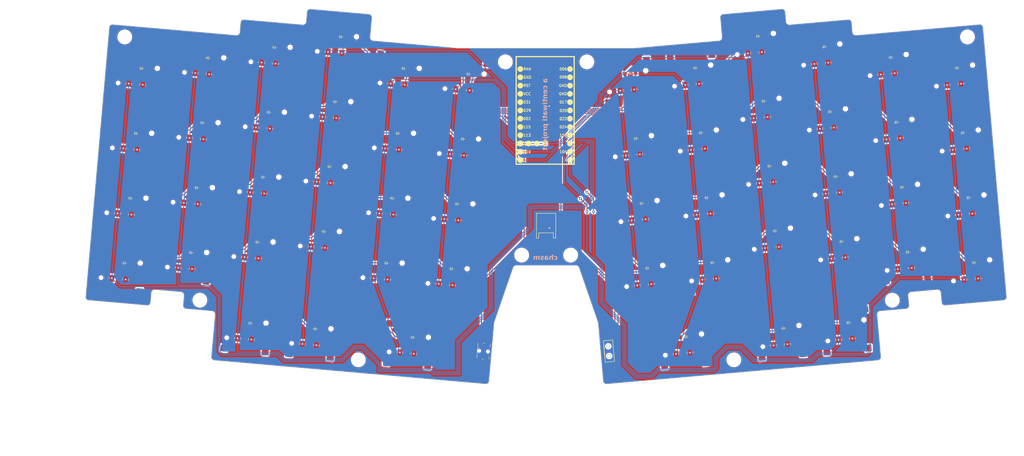
<source format=kicad_pcb>
(kicad_pcb (version 20241229) (generator "pcbnew") (generator_version "9.0")
  (title_block (title "base") (rev "v1.0.0") (company "Unknown"))
  (layers (0 "F.Cu" signal) (2 "B.Cu" signal) (13 "F.Paste" user) (15 "B.Paste" user) (5 "F.SilkS" user) (7 "B.SilkS" user) (1 "F.Mask" user) (3 "B.Mask" user) (25 "Edge.Cuts" user))
  (net 0 "")
  (net 1 "P011")
  (net 2 "outer_bottom")
  (net 3 "GND")
  (net 4 "outer_home")
  (net 5 "outer_top")
  (net 6 "outer_num")
  (net 7 "P104")
  (net 8 "pinky_bottom")
  (net 9 "pinky_home")
  (net 10 "pinky_top")
  (net 11 "pinky_num")
  (net 12 "P106")
  (net 13 "ring_bottom")
  (net 14 "ring_home")
  (net 15 "ring_top")
  (net 16 "ring_num")
  (net 17 "P111")
  (net 18 "middle_bottom")
  (net 19 "middle_home")
  (net 20 "middle_top")
  (net 21 "middle_num")
  (net 22 "P010")
  (net 23 "index_bottom")
  (net 24 "index_home")
  (net 25 "index_top")
  (net 26 "index_num")
  (net 27 "P009")
  (net 28 "inner_bottom")
  (net 29 "inner_home")
  (net 30 "inner_top")
  (net 31 "inner_num")
  (net 32 "option_thumbrow")
  (net 33 "command_thumbrow")
  (net 34 "space1_thumbrow")
  (net 35 "mirror_outer_bottom")
  (net 36 "mirror_outer_home")
  (net 37 "mirror_outer_top")
  (net 38 "mirror_outer_num")
  (net 39 "mirror_pinky_bottom")
  (net 40 "mirror_pinky_home")
  (net 41 "mirror_pinky_top")
  (net 42 "mirror_pinky_num")
  (net 43 "mirror_ring_bottom")
  (net 44 "mirror_ring_home")
  (net 45 "mirror_ring_top")
  (net 46 "mirror_ring_num")
  (net 47 "mirror_middle_bottom")
  (net 48 "mirror_middle_home")
  (net 49 "mirror_middle_top")
  (net 50 "mirror_middle_num")
  (net 51 "mirror_index_bottom")
  (net 52 "mirror_index_home")
  (net 53 "mirror_index_top")
  (net 54 "mirror_index_num")
  (net 55 "mirror_inner_bottom")
  (net 56 "mirror_inner_home")
  (net 57 "mirror_inner_top")
  (net 58 "mirror_inner_num")
  (net 59 "mirror_option_thumbrow")
  (net 60 "mirror_command_thumbrow")
  (net 61 "mirror_space1_thumbrow")
  (net 62 "RAW")
  (net 63 "RST")
  (net 64 "VCC")
  (net 65 "P031")
  (net 66 "P029")
  (net 67 "P002")
  (net 68 "P115")
  (net 69 "P113")
  (net 70 "P006")
  (net 71 "P008")
  (net 72 "P017")
  (net 73 "P020")
  (net 74 "P022")
  (net 75 "P024")
  (net 76 "P100")
  (net 77 "P101")
  (net 78 "P102")
  (net 79 "P107")
  (net 80 "pos")
  (footprint "E73:SPDT_C128955" (layer "F.Cu") (at 249.655145 124.791519 95)
    (property "Reference" "T1" (hide yes))
    (property "Value" "" (hide yes))
  )
  (footprint "ceoloide:diode_tht_sod123" (layer "F.Cu") (at 143.659113 71.396297 -5)
    (property "Reference" "D10" (hide yes))
    (property "Value" "")
  )
  (footprint "PG1316S" (layer "F.Cu") (at 122.102788 76.838247 -5)
    (property "Reference" "S6" (hide yes))
    (property "Value" "")
  )
  (footprint "ceoloide:diode_tht_sod123" (layer "F.Cu") (at 141.915998 91.320191 -5)
    (property "Reference" "D9" (hide yes))
    (property "Value" "")
  )
  (footprint "PG1316S" (layer "F.Cu") (at 296.352562 50.438636 5)
    (property "Reference" "S42" (hide yes))
    (property "Value" "")
  )
  (footprint "PG1316S" (layer "F.Cu") (at 123.845903 56.914353 -5)
    (property "Reference" "S7" (hide yes))
    (property "Value" "")
  )
  (footprint "ceoloide:diode_tht_sod123" (layer "F.Cu") (at 257.997756 59.51602 5)
    (property "Reference" "D50" (hide yes))
    (property "Value" "")
  )
  (footprint "ceoloide:diode_tht_sod123" (layer "F.Cu") (at 259.740871 79.439914 5)
    (property "Reference" "D49" (hide yes))
    (property "Value" "")
  )
  (footprint "ceoloide:diode_tht_sod123" (layer "F.Cu") (at 359.970431 77.697702 5)
    (property "Reference" "D29" (hide yes))
    (property "Value" "")
  )
  (footprint "PG1316S" (layer "F.Cu") (at 280.612143 99.999097 5)
    (property "Reference" "S44" (hide yes))
    (property "Value" "")
  )
  (footprint "ceoloide:diode_tht_sod123" (layer "F.Cu") (at 261.483986 99.363808 5)
    (property "Reference" "D48" (hide yes))
    (property "Value" "")
  )
  (footprint "PG1316S" (layer "F.Cu") (at 275.382799 40.227414 5)
    (property "Reference" "S47" (hide yes))
    (property "Value" "")
  )
  (footprint "ceoloide:diode_tht_sod123" (layer "F.Cu") (at 358.227316 57.773808 5)
    (property "Reference" "D30" (hide yes))
    (property "Value" "")
  )
  (footprint "ceoloide:diode_tht_sod123" (layer "F.Cu") (at 315.764856 31.374197 5)
    (property "Reference" "D39" (hide yes))
    (property "Value" "")
  )
  (footprint "PG1316S" (layer "F.Cu") (at 258.945135 81.818317 5)
    (property "Reference" "S49" (hide yes))
    (property "Value" "")
  )
  (footprint "ceoloide:diode_tht_sod123" (layer "F.Cu") (at 106.425998 38.024226 -5)
    (property "Reference" "D4" (hide yes))
    (property "Value" "")
  )
  (footprint "PG1316S" (layer "F.Cu") (at 255.458905 41.970529 5)
    (property "Reference" "S51" (hide yes))
    (property "Value" "")
  )
  (footprint "ceoloide:diode_tht_sod123" (layer "F.Cu") (at 317.507971 51.298091 5)
    (property "Reference" "D38" (hide yes))
    (property "Value" "")
  )
  (footprint "ceoloide:diode_tht_sod123" (layer "F.Cu") (at 356.484201 37.849914 5)
    (property "Reference" "D31" (hide yes))
    (property "Value" "")
  )
  (footprint "HOLE_M2_TH" (layer "F.Cu") (at 237.958905 95.318317)
    (property "Reference" "")
    (property "Value" "")
  )
  (footprint "ceoloide:diode_tht_sod123" (layer "F.Cu") (at 162.275671 88.082332 -5)
    (property "Reference" "D13" (hide yes))
    (property "Value" "")
  )
  (footprint "PG1316S" (layer "F.Cu") (at 338.815022 76.838247 5)
    (property "Reference" "S33" (hide yes))
    (property "Value" "")
  )
  (footprint "ceoloide:diode_tht_sod123" (layer "F.Cu") (at 183.245434 77.87111 -5)
    (property "Reference" "D18" (hide yes))
    (property "Value" "")
  )
  (footprint "ceoloide:diode_tht_sod123" (layer "F.Cu") (at 164.018786 68.158438 -5)
    (property "Reference" "D14" (hide yes))
    (property "Value" "")
  )
  (footprint "ceoloide:diode_tht_sod123" (layer "F.Cu") (at 189.54684 120.582845 -5)
    (property "Reference" "D27" (hide yes))
    (property "Value" "")
  )
  (footprint "ceoloide:diode_tht_sod123" (layer "F.Cu") (at 181.502319 97.795004 -5)
    (property "Reference" "D17" (hide yes))
    (property "Value" "")
  )
  (footprint "HOLE_M2_TH" (layer "F.Cu") (at 124.294777 109.152257 -5)
    (property "Reference" "")
    (property "Value" "")
  )
  (footprint "PG1316S" (layer "F.Cu") (at 105.229345 40.228318 -5)
    (property "Reference" "S4" (hide yes))
    (property "Value" "")
  )
  (footprint "ceoloide:diode_tht_sod123" (layer "F.Cu") (at 165.761901 48.234544 -5)
    (property "Reference" "D15" (hide yes))
    (property "Value" "")
  )
  (footprint "PG1316S" (layer "F.Cu") (at 318.455349 73.600389 5)
    (property "Reference" "S37" (hide yes))
    (property "Value" "")
  )
  (footprint "ceoloide:diode_tht_sod123" (layer "F.Cu") (at 123.299441 74.634155 -5)
    (property "Reference" "D6" (hide yes))
    (property "Value" "")
  )
  (footprint "PG1316S" (layer "F.Cu") (at 142.46246 73.600389 -5)
    (property "Reference" "S10" (hide yes))
    (property "Value" "")
  )
  (footprint "ceoloide:diode_tht_sod123" (layer "F.Cu") (at 277.92165 57.772905 5)
    (property "Reference" "D46" (hide yes))
    (property "Value" "")
  )
  (footprint "PG1316S" (layer "F.Cu") (at 337.071907 56.914353 5)
    (property "Reference" "S34" (hide yes))
    (property "Value" "")
  )
  (footprint "ceoloide:diode_tht_sod123" (layer "F.Cu") (at 276.178535 37.849011 5)
    (property "Reference" "D47" (hide yes))
    (property "Value" "")
  )
  (footprint "PG1316S" (layer "F.Cu") (at 158.464346 120.172265 -5)
    (property "Reference" "S26" (hide yes))
    (property "Value" "")
  )
  (footprint "ceoloide:diode_tht_sod123" (layer "F.Cu") (at 145.402228 51.472403 -5)
    (property "Reference" "D11" (hide yes))
    (property "Value" "")
  )
  (footprint "PG1316S" (layer "F.Cu") (at 277.125914 60.151308 5)
    (property "Reference" "S46" (hide yes))
    (property "Value" "")
  )
  (footprint "ceoloide:diode_tht_sod123" (layer "F.Cu") (at 147.145343 31.548509 -5)
    (property "Reference" "D12" (hide yes))
    (property "Value" "")
  )
  (footprint "PG1316S" (layer "F.Cu") (at 100 100 -5)
    (property "Reference" "S1" (hide yes))
    (property "Value" "")
  )
  (footprint "PG1316S" (layer "F.Cu") (at 185.535011 40.227414 -5)
    (property "Reference" "S20" (hide yes))
    (property "Value" "")
  )
  (footprint "PG1316S" (layer "F.Cu") (at 320.198464 93.524283 5)
    (property "Reference" "S36" (hide yes))
    (property "Value" "")
  )
  (footprint "PG1316S" (layer "F.Cu") (at 103.48623 60.152212 -5)
    (property "Reference" "S3" (hide yes))
    (property "Value" "")
  )
  (footprint "PG1316S" (layer "F.Cu") (at 298.095676 70.36253 5)
    (property "Reference" "S41" (hide yes))
    (property "Value" "")
  )
  (footprint "HOLE_M2_TH" (layer "F.Cu") (at 336.623032 109.152257 5)
    (property "Reference" "")
    (property "Value" "")
  )
  (footprint "ceoloide:diode_tht_sod123" (layer "F.Cu") (at 297.148298 48.060233 5)
    (property "Reference" "D42" (hide yes))
    (property "Value" "")
  )
  (footprint "PG1316S" (layer "F.Cu") (at 183.791896 60.151308 -5)
    (property "Reference" "S19" (hide yes))
    (property "Value" "")
  )
  (footprint "PG1316S" (layer "F.Cu") (at 257.20202 61.894423 5)
    (property "Reference" "S50" (hide yes))
    (property "Value" "")
  )
  (footprint "ceoloide:diode_tht_sod123" (layer "F.Cu") (at 256.254641 39.592126 5)
    (property "Reference" "D51" (hide yes))
    (property "Value" "")
  )
  (footprint "PG1316S" (layer "F.Cu") (at 294.609447 30.514742 5)
    (property "Reference" "S43" (hide yes))
    (property "Value" "")
  )
  (footprint "PG1316S" (layer "F.Cu") (at 340.558137 96.762141 5)
    (property "Reference" "S32" (hide yes))
    (property "Value" "")
  )
  (footprint "ceoloide:diode_tht_sod123" (layer "F.Cu") (at 125.042555 54.710261 -5)
    (property "Reference" "D7" (hide yes))
    (property "Value" "")
  )
  (footprint "PG1316S" (layer "F.Cu") (at 120.359673 96.762141 -5)
    (property "Reference" "S5" (hide yes))
    (property "Value" "")
  )
  (footprint "ceoloide:diode_tht_sod123" (layer "F.Cu") (at 101.196653 97.795908 -5)
    (property "Reference" "D1" (hide yes))
    (property "Value" "")
  )
  (footprint "PG1316S" (layer "F.Cu") (at 260.688249 101.742211 5)
    (property "Reference" "S48" (hide yes))
    (property "Value" "")
  )
  (footprint "ceoloide:diode_tht_sod123" (layer "F.Cu") (at 104.682883 57.94812 -5)
    (property "Reference" "D3" (hide yes))
    (property "Value" "")
  )
  (footprint "PG1316S" (layer "F.Cu") (at 360.917809 100 5)
    (property "Reference" "S28" (hide yes))
    (property "Value" "")
  )
  (footprint "ceoloide:diode_tht_sod123" (layer "F.Cu") (at 204.912443 59.690331 -5)
    (property "Reference" "D23" (hide yes))
    (property "Value" "")
  )
  (footprint "PG1316S" (layer "F.Cu") (at 355.688465 40.228318 5)
    (property "Reference" "S31" (hide yes))
    (property "Value" "")
  )
  (footprint "ceoloide:diode_tht_sod123" (layer "F.Cu") (at 279.664765 77.696799 5)
    (property "Reference" "D45" (hide yes))
    (property "Value" "")
  )
  (footprint "PG1316S" (layer "F.Cu") (at 145.94869 33.752601 -5)
    (property "Reference" "S12" (hide yes))
    (property "Value" "")
  )
  (footprint "HOLE_M2_TH" (layer "F.Cu") (at 222.958905 95.318317)
    (property "Reference" "")
    (property "Value" "")
  )
  (footprint "HOLE_M2_TH" (layer "F.Cu") (at 359.667147 28.3363 5)
    (property "Reference" "")
    (property "Value" "")
  )
  (footprint "PG1316S" (layer "F.Cu") (at 144.205575 53.676495 -5)
    (property "Reference" "S11" (hide yes))
    (property "Value" "")
  )
  (footprint "HOLE_M2_TH" (layer "F.Cu") (at 242.958905 36)
    (property "Reference" "")
    (property "Value" "")
  )
  (footprint "ceoloide:diode_tht_sod123" (layer "F.Cu") (at 341.353873 94.383738 5)
    (property "Reference" "D32" (hide yes))
    (property "Value" "")
  )
  (footprint "ceoloide:diode_tht_sod123" (layer "F.Cu") (at 339.610758 74.459844 5)
    (property "Reference" "D33" (hide yes))
    (property "Value" "")
  )
  (footprint "PG1316S" (layer "F.Cu") (at 138.540452 118.42915 -5)
    (property "Reference" "S25" (hide yes))
    (property "Value" "")
  )
  (footprint "ceoloide:diode_tht_sod123" (layer "F.Cu") (at 273.363359 120.408534 5)
    (property "Reference" "D54" (hide yes))
    (property "Value" "")
  )
  (footprint "PG1316S" (layer "F.Cu") (at 201.972675 81.818317 -5)
    (property "Reference" "S22" (hide yes))
    (property "Value" "")
  )
  (footprint "ceoloide:diode_tht_sod123" (layer "F.Cu") (at 281.40788 97.620693 5)
    (property "Reference" "D44" (hide yes))
    (property "Value" "")
  )
  (footprint "ceoloide:diode_tht_sod123" (layer "F.Cu") (at 298.891413 67.984127 5)
    (property "Reference" "D41" (hide yes))
    (property "Value" "")
  )
  (footprint "PG1316S" (layer "F.Cu") (at 101.743115 80.076106 -5)
    (property "Reference" "S2" (hide yes))
    (property "Value" "")
  )
  (footprint "PG1316S" (layer "F.Cu") (at 182.048781 80.075202 -5)
    (property "Reference" "S18" (hide yes))
    (property "Value" "")
  )
  (footprint "PG1316S" (layer "F.Cu") (at 314.969119 33.752601 5)
    (property "Reference" "S39" (hide yes))
    (property "Value" "")
  )
  (footprint "PG1316S" (layer "F.Cu") (at 322.377358 118.42915 5)
    (property "Reference" "S52" (hide yes))
    (property "Value" "")
  )
  (footprint "ceoloide:diode_tht_sod123" (layer "F.Cu") (at 126.78567 34.786367 -5)
    (property "Reference" "D8" (hide yes))
    (property "Value" "")
  )
  (footprint "PG1316S" (layer "F.Cu") (at 164.565248 50.438636 -5)
    (property "Reference" "S15" (hide yes))
    (property "Value" "")
  )
  (footprint "ceoloide:diode_tht_sod123" (layer "F.Cu") (at 323.173094 116.050747 5)
    (property "Reference" "D52" (hide yes))
    (property "Value" "")
  )
  (footprint "ceoloide:diode_tht_sod123" (layer "F.Cu") (at 206.655558 39.766437 -5)
    (property "Reference" "D24" (hide yes))
    (property "Value" "")
  )
  (footprint "PG1316S" (layer "F.Cu") (at 161.079018 90.286424 -5)
    (property "Reference" "S13" (hide yes))
    (property "Value" "")
  )
  (footprint "ceoloide:diode_tht_sod123" (layer "F.Cu") (at 295.405183 28.136339 5)
    (property "Reference" "D43" (hide yes))
    (property "Value" "")
  )
  (footprint "ceoloide:diode_tht_sod123" (layer "F.Cu") (at 159.660999 117.968173 -5)
    (property "Reference" "D26" (hide yes))
    (property "Value" "")
  )
  (footprint "PG1316S" (layer "F.Cu") (at 203.71579 61.894423 -5)
    (property "Reference" "S23" (hide yes))
    (property "Value" "")
  )
  (footprint "PG1316S" (layer "F.Cu") (at 205.458905 41.970529 -5)
    (property "Reference" "S24" (hide yes))
    (property "Value" "")
  )
  (footprint "nice_nano" (layer "F.Cu") (at 230.164623 52.162559 -90)
    (property "Reference" "MCU1" (hide yes))
    (property "Value" "nice_nano" (hide yes))
  )
  (footprint "PG1316S" (layer "F.Cu") (at 140.719345 93.524283 -5)
    (property "Reference" "S9" (hide yes))
    (property "Value" "")
  )
  (footprint "PG1316S" (layer "F.Cu") (at 200.22956 101.742211 -5)
    (property "Reference" "S21" (hide yes))
    (property "Value" "")
  )
  (footprint "PG1316S" (layer "F.Cu") (at 302.453464 120.172265 5)
    (property "Reference" "S53" (hide yes))
    (property "Value" "")
  )
  (footprint "ceoloide:diode_tht_sod123" (layer "F.Cu") (at 121.556326 94.558049 -5)
    (property "Reference" "D5" (hide yes))
    (property "Value" "")
  )
  (footprint "HOLE_M2_TH" (layer "F.Cu") (at 101.250662 28.3363 -5)
    (property "Reference" "")
    (property "Value" "")
  )
  (footprint "PG1316S" (layer "F.Cu") (at 125.589017 36.990459 -5)
    (property "Reference" "S8" (hide yes))
    (property "Value" "")
  )
  (footprint "PG1316S" (layer "F.Cu") (at 188.350187 122.786937 -5)
    (property "Reference" "S27" (hide yes))
    (property "Value" "")
  )
  (footprint "ceoloide:diode_tht_sod123" (layer "F.Cu") (at 300.634528 87.908021 5)
    (property "Reference" "D40" (hide yes))
    (property "Value" "")
  )
  (footprint "ceoloide:diode_tht_sod123" (layer "F.Cu") (at 186.731664 38.023322 -5)
    (property "Reference" "D20" (hide yes))
    (property "Value" "")
  )
  (footprint "HOLE_M2_TH" (layer "F.Cu") (at 217.958905 36)
    (property "Reference" "")
    (property "Value" "")
  )
  (footprint "ceoloide:diode_tht_sod123" (layer "F.Cu") (at 203.169328 79.614225 -5)
    (property "Reference" "D22" (hide yes))
    (property "Value" "")
  )
  (footprint "PG1316S" (layer "F.Cu") (at 166.308363 30.514742 -5)
    (property "Reference" "S16" (hide yes))
    (property "Value" "")
  )
  (footprint "ceoloide:diode_tht_sod123" (layer "F.Cu") (at 184.988549 57.947216 -5)
    (property "Reference" "D19" (hide yes))
    (property "Value" "")
  )
  (footprint "ceoloide:diode_tht_sod123" (layer "F.Cu") (at 102.939768 77.872014 -5)
    (property "Reference" "D2" (hide yes))
    (property "Value" "")
  )
  (footprint "PG1316S" (layer "F.Cu") (at 299.838791 90.286424 5)
    (property "Reference" "S40" (hide yes))
    (property "Value" "")
  )
  (footprint "JST_PH_S2B-PH-K_02x2.00mm_Angled" (layer "F.Cu") (at 230.458905 88.742211 180)
    (property "Reference" "JST1" (hide yes))
    (property "Value" "" (hide yes))
  )
  (footprint "ceoloide:diode_tht_sod123" (layer "F.Cu") (at 201.426213 99.538119 -5)
    (property "Reference" "D21" (hide yes))
    (property "Value" "")
  )
  (footprint "PG1316S" (layer "F.Cu") (at 180.305666 99.999097 -5)
    (property "Reference" "S17" (hide yes))
    (property "Value" "")
  )
  (footprint "PG1316S" (layer "F.Cu") (at 316.712234 53.676495 5)
    (property "Reference" "S38" (hide yes))
    (property "Value" "")
  )
  (footprint "ceoloide:diode_tht_sod123" (layer "F.Cu") (at 319.251086 71.221985 5)
    (property "Reference" "D37" (hide yes))
    (property "Value" "")
  )
  (footprint "PG1316S" (layer "F.Cu") (at 272.567623 122.786937 5)
    (property "Reference" "S54" (hide yes))
    (property "Value" "")
  )
  (footprint "ceoloide:diode_tht_sod123" (layer "F.Cu") (at 320.9942 91.145879 5)
    (property "Reference" "D36" (hide yes))
    (property "Value" "")
  )
  (footprint "PG1316S" (layer "F.Cu") (at 357.43158 60.152212 5)
    (property "Reference" "S30" (hide yes))
    (property "Value" "")
  )
  (footprint "ceoloide:diode_tht_sod123" (layer "F.Cu") (at 303.2492 117.793862 5)
    (property "Reference" "D53" (hide yes))
    (property "Value" "")
  )
  (footprint "HOLE_M2_TH" (layer "F.Cu") (at 172.884332 127.456769 -5)
    (property "Reference" "")
    (property "Value" "")
  )
  (footprint "Panasonic_EVQPUL_EVQPUC" (layer "F.Cu") (at 211.262665 124.791519 -95)
    (property "Reference" "B1" (hide yes))
    (property "Value" "Panasonic_EVQPUL_EVQPUC" (hide yes))
  )
  (footprint "PG1316S" (layer "F.Cu") (at 335.328792 36.990459 5)
    (property "Reference" "S35" (hide yes))
    (property "Value" "")
  )
  (footprint "HOLE_M2_TH" (layer "F.Cu") (at 288.033478 127.456769 5)
    (property "Reference" "")
    (property "Value" "")
  )
  (footprint "ceoloide:diode_tht_sod123" (layer "F.Cu") (at 336.124528 34.612056 5)
    (property "Reference" "D35" (hide yes))
    (property "Value" "")
  )
  (footprint "PG1316S" (layer "F.Cu") (at 278.869028 80.075202 5)
    (property "Reference" "S45" (hide yes))
    (property "Value" "")
  )
  (footprint "PG1316S" (layer "F.Cu") (at 359.174695 80.076106 5)
    (property "Reference" "S29" (hide yes))
    (property "Value" "")
  )
  (footprint "ceoloide:diode_tht_sod123" (layer "F.Cu") (at 361.713546 97.621597 5)
    (property "Reference" "D28" (hide yes))
    (property "Value" "")
  )
  (footprint "ceoloide:diode_tht_sod123" (layer "F.Cu") (at 337.867643 54.53595 5)
    (property "Reference" "D34" (hide yes))
    (property "Value" "")
  )
  (footprint "ceoloide:diode_tht_sod123" (layer "F.Cu") (at 167.505016 28.31065 -5)
    (property "Reference" "D16" (hide yes))
    (property "Value" "")
  )
  (footprint "ceoloide:diode_tht_sod123" (layer "F.Cu") (at 139.737105 116.225058 -5)
    (property "Reference" "D25" (hide yes))
    (property "Value" "")
  )
  (footprint "PG1316S" (layer "F.Cu") (at 162.822133 70.36253 -5)
    (property "Reference" "S14" (hide yes))
    (property "Value" "")
  )
  (gr_arc (start 371.664157 108.094195) (mid 371.434007 108.824138) (end 370.755119 109.177545) (stroke (width 0.15)) (layer "Edge.Cuts"))
  (gr_line (start 176.145672 21.337197) (end 158.214168 19.768393) (stroke (width 0.15)) (layer "Edge.Cuts"))
  (gr_line (start 246.390986 116.166293) (end 247.94906 133.975161) (stroke (width 0.15)) (layer "Edge.Cuts"))
  (gr_line (start 119.400959 107.720283) (end 119.139492 110.708867) (stroke (width 0.15)) (layer "Edge.Cuts"))
  (gr_line (start 128.703142 127.606696) (end 147.630841 129.262655) (stroke (width 0.15)) (layer "Edge.Cuts"))
  (gr_arc (start 136.509678 26.903875) (mid 136.156271 27.582764) (end 135.426327 27.812914) (stroke (width 0.15)) (layer "Edge.Cuts"))
  (gr_line (start 342.425889 106.636933) (end 350.395446 105.939687) (stroke (width 0.15)) (layer "Edge.Cuts"))
  (gr_line (start 196.368515 31.137025) (end 177.440816 29.481066) (stroke (width 0.15)) (layer "Edge.Cuts"))
  (gr_line (start 128.927128 113.572814) (end 127.794103 126.523345) (stroke (width 0.15)) (layer "Edge.Cuts"))
  (gr_arc (start 203.454556 31.753153) (mid 203.410936 31.752201) (end 203.3674 31.749348) (stroke (width 0.15)) (layer "Edge.Cuts"))
  (gr_line (start 264.549294 31.137025) (end 257.550409 31.749348) (stroke (width 0.15)) (layer "Edge.Cuts"))
  (gr_arc (start 350.395447 105.939686) (mid 351.12539 106.169837) (end 351.478797 106.848726) (stroke (width 0.15)) (layer "Edge.Cuts"))
  (gr_line (start 368.265084 69.242602) (end 366.521969 49.318708) (stroke (width 0.15)) (layer "Edge.Cuts"))
  (gr_arc (start 249.03241 134.884199) (mid 248.302467 134.654049) (end 247.94906 133.975161) (stroke (width 0.15)) (layer "Edge.Cuts"))
  (gr_arc (start 109.177546 109.83731) (mid 108.824139 110.516199) (end 108.094195 110.746349) (stroke (width 0.15)) (layer "Edge.Cuts"))
  (gr_arc (start 96.487578 25.410035) (mid 96.840985 24.731146) (end 97.570929 24.500996) (stroke (width 0.15)) (layer "Edge.Cuts"))
  (gr_arc (start 302.703641 19.768393) (mid 303.433585 19.998543) (end 303.786992 20.677432) (stroke (width 0.15)) (layer "Edge.Cuts"))
  (gr_arc (start 177.440816 29.481066) (mid 176.761927 29.127659) (end 176.531777 28.397715) (stroke (width 0.15)) (layer "Edge.Cuts"))
  (gr_line (start 97.570929 24.500996) (end 135.426327 27.812914) (stroke (width 0.15)) (layer "Edge.Cuts"))
  (gr_line (start 283.476994 29.481066) (end 264.549294 31.137025) (stroke (width 0.15)) (layer "Edge.Cuts"))
  (gr_line (start 155.786 24.575055) (end 137.854495 23.006252) (stroke (width 0.15)) (layer "Edge.Cuts"))
  (gr_line (start 90.16269 109.177545) (end 108.094195 110.746349) (stroke (width 0.15)) (layer "Edge.Cuts"))
  (gr_line (start 214.577706 115.927283) (end 220.356736 99.178187) (stroke (width 0.15)) (layer "Edge.Cuts"))
  (gr_line (start 371.664158 108.094195) (end 370.008199 89.166496) (stroke (width 0.15)) (layer "Edge.Cuts"))
  (gr_arc (start 128.703142 127.606696) (mid 128.024253 127.253289) (end 127.794103 126.523345) (stroke (width 0.15)) (layer "Edge.Cuts"))
  (gr_line (start 333.123706 126.523345) (end 331.990682 113.572814) (stroke (width 0.15)) (layer "Edge.Cuts"))
  (gr_line (start 90.90961 89.166496) (end 89.253651 108.094195) (stroke (width 0.15)) (layer "Edge.Cuts"))
  (gr_arc (start 305.131809 24.575056) (mid 304.401866 24.344905) (end 304.048459 23.666016) (stroke (width 0.15)) (layer "Edge.Cuts"))
  (gr_arc (start 156.86935 23.666017) (mid 156.515943 24.344905) (end 155.786 24.575055) (stroke (width 0.15)) (layer "Edge.Cuts"))
  (gr_line (start 324.408132 26.903875) (end 324.146665 23.915291) (stroke (width 0.15)) (layer "Edge.Cuts"))
  (gr_line (start 120.048531 111.792218) (end 128.018089 112.489463) (stroke (width 0.15)) (layer "Edge.Cuts"))
  (gr_arc (start 341.516851 107.720283) (mid 341.747001 106.99034) (end 342.425889 106.636933) (stroke (width 0.15)) (layer "Edge.Cuts"))
  (gr_line (start 147.630841 129.262655) (end 211.885399 134.8842) (stroke (width 0.15)) (layer "Edge.Cuts"))
  (gr_line (start 109.177545 109.83731) (end 109.439013 106.848726) (stroke (width 0.15)) (layer "Edge.Cuts"))
  (gr_line (start 323.063314 23.006252) (end 305.13181 24.575055) (stroke (width 0.15)) (layer "Edge.Cuts"))
  (gr_line (start 203.3674 31.749348) (end 196.368515 31.137025) (stroke (width 0.15)) (layer "Edge.Cuts"))
  (gr_arc (start 136.771144 23.915291) (mid 137.124551 23.236402) (end 137.854495 23.006252) (stroke (width 0.15)) (layer "Edge.Cuts"))
  (gr_arc (start 257.550409 31.749348) (mid 257.506873 31.752202) (end 257.463253 31.753153) (stroke (width 0.15)) (layer "Edge.Cuts"))
  (gr_line (start 221.302049 98.504353) (end 239.615761 98.504353) (stroke (width 0.15)) (layer "Edge.Cuts"))
  (gr_arc (start 214.526824 116.166294) (mid 214.544937 116.045228) (end 214.577706 115.927283) (stroke (width 0.15)) (layer "Edge.Cuts"))
  (gr_arc (start 220.356737 99.178187) (mid 220.721604 98.690054) (end 221.302049 98.504353) (stroke (width 0.15)) (layer "Edge.Cuts"))
  (gr_line (start 136.771145 23.915291) (end 136.509678 26.903875) (stroke (width 0.15)) (layer "Edge.Cuts"))
  (gr_line (start 283.863098 22.420547) (end 284.386033 28.397715) (stroke (width 0.15)) (layer "Edge.Cuts"))
  (gr_arc (start 128.018089 112.489463) (mid 128.696978 112.84287) (end 128.927128 113.572814) (stroke (width 0.15)) (layer "Edge.Cuts"))
  (gr_arc (start 176.145673 21.337197) (mid 176.824561 21.690604) (end 177.054711 22.420547) (stroke (width 0.15)) (layer "Edge.Cuts"))
  (gr_arc (start 352.823615 110.746349) (mid 352.093671 110.516199) (end 351.740264 109.83731) (stroke (width 0.15)) (layer "Edge.Cuts"))
  (gr_arc (start 109.439013 106.848725) (mid 109.79242 106.169837) (end 110.522363 105.939687) (stroke (width 0.15)) (layer "Edge.Cuts"))
  (gr_line (start 313.286968 129.262655) (end 332.214667 127.606696) (stroke (width 0.15)) (layer "Edge.Cuts"))
  (gr_arc (start 363.346881 24.500997) (mid 364.076824 24.731147) (end 364.430231 25.410035) (stroke (width 0.15)) (layer "Edge.Cuts"))
  (gr_arc (start 118.491921 106.636933) (mid 119.170809 106.99034) (end 119.400959 107.720283) (stroke (width 0.15)) (layer "Edge.Cuts"))
  (gr_arc (start 239.615761 98.504353) (mid 240.196206 98.690054) (end 240.561073 99.178187) (stroke (width 0.15)) (layer "Edge.Cuts"))
  (gr_arc (start 325.491483 27.812914) (mid 324.761539 27.582764) (end 324.408132 26.903875) (stroke (width 0.15)) (layer "Edge.Cuts"))
  (gr_arc (start 283.863099 22.420547) (mid 284.093249 21.690604) (end 284.772137 21.337197) (stroke (width 0.15)) (layer "Edge.Cuts"))
  (gr_line (start 249.03241 134.8842) (end 313.286968 129.262655) (stroke (width 0.15)) (layer "Edge.Cuts"))
  (gr_arc (start 323.063314 23.006252) (mid 323.793258 23.236402) (end 324.146665 23.915291) (stroke (width 0.15)) (layer "Edge.Cuts"))
  (gr_line (start 325.491482 27.812914) (end 363.346881 24.500996) (stroke (width 0.15)) (layer "Edge.Cuts"))
  (gr_arc (start 246.340104 115.927282) (mid 246.372873 116.045227) (end 246.390986 116.166293) (stroke (width 0.15)) (layer "Edge.Cuts"))
  (gr_arc (start 284.386033 28.397715) (mid 284.155883 29.127659) (end 283.476994 29.481066) (stroke (width 0.15)) (layer "Edge.Cuts"))
  (gr_arc (start 331.990681 113.572813) (mid 332.220832 112.84287) (end 332.899721 112.489463) (stroke (width 0.15)) (layer "Edge.Cuts"))
  (gr_line (start 351.478797 106.848726) (end 351.740264 109.83731) (stroke (width 0.15)) (layer "Edge.Cuts"))
  (gr_line (start 257.463253 31.753153) (end 203.454556 31.753153) (stroke (width 0.15)) (layer "Edge.Cuts"))
  (gr_line (start 92.652725 69.242602) (end 90.909611 89.166496) (stroke (width 0.15)) (layer "Edge.Cuts"))
  (gr_line (start 176.531777 28.397715) (end 177.054711 22.420547) (stroke (width 0.15)) (layer "Edge.Cuts"))
  (gr_line (start 212.96875 133.975161) (end 214.526824 116.166293) (stroke (width 0.15)) (layer "Edge.Cuts"))
  (gr_line (start 332.899721 112.489463) (end 340.869278 111.792218) (stroke (width 0.15)) (layer "Edge.Cuts"))
  (gr_arc (start 90.16269 109.177546) (mid 89.483801 108.824139) (end 89.253651 108.094195) (stroke (width 0.15)) (layer "Edge.Cuts"))
  (gr_line (start 302.703642 19.768393) (end 284.772137 21.337197) (stroke (width 0.15)) (layer "Edge.Cuts"))
  (gr_line (start 110.522363 105.939687) (end 118.49192 106.636933) (stroke (width 0.15)) (layer "Edge.Cuts"))
  (gr_arc (start 341.778317 110.708867) (mid 341.548167 111.438811) (end 340.869278 111.792218) (stroke (width 0.15)) (layer "Edge.Cuts"))
  (gr_line (start 94.39584 49.318708) (end 92.652725 69.242602) (stroke (width 0.15)) (layer "Edge.Cuts"))
  (gr_line (start 341.778317 110.708867) (end 341.51685 107.720283) (stroke (width 0.15)) (layer "Edge.Cuts"))
  (gr_line (start 94.39584 49.318708) (end 96.487578 25.410035) (stroke (width 0.15)) (layer "Edge.Cuts"))
  (gr_line (start 240.561073 99.178187) (end 246.340103 115.927283) (stroke (width 0.15)) (layer "Edge.Cuts"))
  (gr_line (start 352.823614 110.746349) (end 370.755119 109.177545) (stroke (width 0.15)) (layer "Edge.Cuts"))
  (gr_arc (start 120.048531 111.792218) (mid 119.369642 111.438811) (end 119.139492 110.708867) (stroke (width 0.15)) (layer "Edge.Cuts"))
  (gr_arc (start 212.96875 133.975161) (mid 212.615343 134.65405) (end 211.885399 134.8842) (stroke (width 0.15)) (layer "Edge.Cuts"))
  (gr_line (start 370.008199 89.166496) (end 368.265084 69.242602) (stroke (width 0.15)) (layer "Edge.Cuts"))
  (gr_arc (start 157.130817 20.677432) (mid 157.484224 19.998543) (end 158.214168 19.768393) (stroke (width 0.15)) (layer "Edge.Cuts"))
  (gr_line (start 304.048459 23.666016) (end 303.786992 20.677432) (stroke (width 0.15)) (layer "Edge.Cuts"))
  (gr_line (start 364.430231 25.410035) (end 366.521969 49.318708) (stroke (width 0.15)) (layer "Edge.Cuts"))
  (gr_line (start 157.130817 20.677432) (end 156.86935 23.666016) (stroke (width 0.15)) (layer "Edge.Cuts"))
  (gr_arc (start 333.123707 126.523346) (mid 332.893556 127.253289) (end 332.214667 127.606696) (stroke (width 0.15)) (layer "Edge.Cuts"))
  (gr_text "chasm" (at 234 97 0) (layer "B.SilkS") (effects (font (size 1.5 1.5) (thickness 0.3) (bold yes) (italic yes)) (justify left bottom mirror)))
  (via (at 237.784623 61.052559) (size 0.8) (drill 0.4) (layers "F.Cu" "B.Cu") (net 1))
  (segment (start 254 129) (end 254 117) (width 0.25) (layer "B.Cu") (net 1))
  (segment (start 179 129) (end 179 131) (width 0.25) (layer "B.Cu") (net 1))
  (segment (start 258 133) (end 254 129) (width 0.25) (layer "B.Cu") (net 1))
  (segment (start 226 81) (end 242 81) (width 0.25) (layer "B.Cu") (net 1))
  (segment (start 238.837182 60) (end 237.784623 61.052559) (width 0.25) (layer "B.Cu") (net 1))
  (segment (start 130 125) (end 131 126) (width 0.25) (layer "B.Cu") (net 1))
  (segment (start 330 125) (end 329 126) (width 0.25) (layer "B.Cu") (net 1))
  (segment (start 329 126) (end 314 126) (width 0.25) (layer "B.Cu") (net 1))
  (segment (start 204 122) (end 214 112) (width 0.25) (layer "B.Cu") (net 1))
  (segment (start 150 128) (end 168 128) (width 0.25) (layer "B.Cu") (net 1))
  (segment (start 242 81) (end 245 78) (width 0.25) (layer "B.Cu") (net 1))
  (segment (start 286 124) (end 283 127) (width 0.25) (layer "B.Cu") (net 1))
  (segment (start 131 126) (end 148 126) (width 0.25) (layer "B.Cu") (net 1))
  (segment (start 172 124) (end 174 124) (width 0.25) (layer "B.Cu") (net 1))
  (segment (start 247 99) (end 242 94) (width 0.25) (layer "B.Cu") (net 1))
  (segment (start 290 124) (end 286 124) (width 0.25) (layer "B.Cu") (net 1))
  (segment (start 283 127) (end 283 130) (width 0.25) (layer "B.Cu") (net 1))
  (segment (start 312 128) (end 294 128) (width 0.25) (layer "B.Cu") (net 1))
  (segment (start 282 131) (end 265 131) (width 0.25) (layer "B.Cu") (net 1))
  (segment (start 242 94) (end 242 81) (width 0.25) (layer "B.Cu") (net 1))
  (segment (start 254 117) (end 247 110) (width 0.25) (layer "B.Cu") (net 1))
  (segment (start 283 130) (end 282 131) (width 0.25) (layer "B.Cu") (net 1))
  (segment (start 148 126) (end 150 128) (width 0.25) (layer "B.Cu") (net 1))
  (segment (start 226 87) (end 226 81) (width 0.25) (layer "B.Cu") (net 1))
  (segment (start 263 133) (end 258 133) (width 0.25) (layer "B.Cu") (net 1))
  (segment (start 294 128) (end 290 124) (width 0.25) (layer "B.Cu") (net 1))
  (segment (start 204 132) (end 204 122) (width 0.25) (layer "B.Cu") (net 1))
  (segment (start 338.630961 102.369039) (end 330 111) (width 0.25) (layer "B.Cu") (net 1))
  (segment (start 130 108) (end 130 125) (width 0.25) (layer "B.Cu") (net 1))
  (segment (start 99.856524 105) (end 127 105) (width 0.25) (layer "B.Cu") (net 1))
  (segment (start 179 131) (end 195 131) (width 0.25) (layer "B.Cu") (net 1))
  (segment (start 355.172056 63.010017) (end 353.428941 43.086123) (width 0.25) (layer "B.Cu") (net 1))
  (segment (start 214 99) (end 226 87) (width 0.25) (layer "B.Cu") (net 1))
  (segment (start 265 131) (end 263 133) (width 0.25) (layer "B.Cu") (net 1))
  (segment (start 358.658285 102.857805) (end 356.915171 82.933911) (width 0.25) (layer "B.Cu") (net 1))
  (segment (start 100.764781 62.574239) (end 102.507896 42.650345) (width 0.25) (layer "B.Cu") (net 1))
  (segment (start 168 128) (end 172 124) (width 0.25) (layer "B.Cu") (net 1))
  (segment (start 97.278551 102.422027) (end 99.021666 82.498133) (width 0.25) (layer "B.Cu") (net 1))
  (segment (start 314 126) (end 312 128) (width 0.25) (layer "B.Cu") (net 1))
  (segment (start 127 105) (end 130 108) (width 0.25) (layer "B.Cu") (net 1))
  (segment (start 196 132) (end 204 132) (width 0.25) (layer "B.Cu") (net 1))
  (segment (start 245 60) (end 238.837182 60) (width 0.25) (layer "B.Cu") (net 1))
  (segment (start 330 111) (end 330 125) (width 0.25) (layer "B.Cu") (net 1))
  (segment (start 174 124) (end 179 129) (width 0.25) (layer "B.Cu") (net 1))
  (segment (start 358.658285 102.857805) (end 358.169519 102.369039) (width 0.25) (layer "B.Cu") (net 1))
  (segment (start 97.278551 102.422027) (end 99.856524 105) (width 0.25) (layer "B.Cu") (net 1))
  (segment (start 195 131) (end 196 132) (width 0.25) (layer "B.Cu") (net 1))
  (segment (start 245 78) (end 245 60) (width 0.25) (layer "B.Cu") (net 1))
  (segment (start 214 112) (end 214 99) (width 0.25) (layer "B.Cu") (net 1))
  (segment (start 99.021666 82.498133) (end 100.764781 62.574239) (width 0.25) (layer "B.Cu") (net 1))
  (segment (start 358.169519 102.369039) (end 338.630961 102.369039) (width 0.25) (layer "B.Cu") (net 1))
  (segment (start 247 110) (end 247 99) (width 0.25) (layer "B.Cu") (net 1))
  (segment (start 356.915171 82.933911) (end 355.172056 63.010017) (width 0.25) (layer "B.Cu") (net 1))
  (segment (start 102.840374 97.939715) (end 101.537283 102.794617) (width 0.25) (layer "F.Cu") (net 2))
  (segment (start 237.784623 43.272559) (end 237.784623 45.812559) (width 0.25) (layer "F.Cu") (net 3))
  (segment (start 212.338214 122.25059) (end 211.880647 122.708157) (width 0.25) (layer "F.Cu") (net 3))
  (segment (start 211.880647 122.708157) (end 211.880647 127.480612) (width 0.25) (layer "F.Cu") (net 3))
  (segment (start 229.458905 88.742211) (end 226.104129 88.742211) (width 0.25) (layer "F.Cu") (net 3))
  (segment (start 212.338214 102.508126) (end 212.338214 122.25059) (width 0.25) (layer "F.Cu") (net 3))
  (segment (start 229.458905 88.742211) (end 231.366923 86.834193) (width 0.5) (layer "F.Cu") (net 3))
  (segment (start 226.104129 88.742211) (end 212.338214 102.508126) (width 0.25) (layer "F.Cu") (net 3))
  (segment (start 231.366923 49.554859) (end 222.544623 40.732559) (width 0.5) (layer "F.Cu") (net 3))
  (segment (start 231.366923 86.834193) (end 231.366923 49.554859) (width 0.5) (layer "F.Cu") (net 3))
  (via (at 231.366923 49.554859) (size 0.8) (drill 0.4) (layers "F.Cu" "B.Cu") (net 3))
  (via (at 237.784623 45.812559) (size 0.8) (drill 0.4) (layers "F.Cu" "B.Cu") (net 3))
  (segment (start 237.784623 45.812559) (end 234.042323 49.554859) (width 0.25) (layer "B.Cu") (net 3))
  (segment (start 234.042323 49.554859) (end 231.366923 49.554859) (width 0.25) (layer "B.Cu") (net 3))
  (segment (start 104.583489 78.015821) (end 103.280398 82.870723) (width 0.25) (layer "F.Cu") (net 4))
  (segment (start 106.326604 58.091927) (end 105.023513 62.946829) (width 0.25) (layer "F.Cu") (net 5))
  (segment (start 108.069719 38.168033) (end 106.766628 43.022935) (width 0.25) (layer "F.Cu") (net 6))
  (segment (start 243 82) (end 243 80) (width 0.25) (layer "F.Cu") (net 7))
  (segment (start 243 80) (end 241 78) (width 0.25) (layer "F.Cu") (net 7))
  (via (at 237.784623 63.592559) (size 0.8) (drill 0.4) (layers "F.Cu" "B.Cu") (net 7))
  (via (at 243 82) (size 0.8) (drill 0.4) (layers "F.Cu" "B.Cu") (net 7))
  (via (at 241 78) (size 0.8) (drill 0.4) (layers "F.Cu" "B.Cu") (net 7))
  (segment (start 179.451 128.81319) (end 179.451 130.549) (width 0.25) (layer "B.Cu") (net 7))
  (segment (start 121.124454 59.33638) (end 119.381339 79.260274) (width 0.25) (layer "B.Cu") (net 7))
  (segment (start 334.812383 59.772158) (end 336.555498 79.696052) (width 0.25) (layer "B.Cu") (net 7))
  (segment (start 247.451 108) (end 247.451 98.81319) (width 0.25) (layer "B.Cu") (net 7))
  (segment (start 119.381339 79.260274) (end 117.638224 99.184168) (width 0.25) (layer "B.Cu") (net 7))
  (segment (start 254.451 116.81319) (end 252.318905 114.681095) (width 0.25) (layer "B.Cu") (net 7))
  (segment (start 130.451 124.81319) (end 131.18681 125.549) (width 0.25) (layer "B.Cu") (net 7))
  (segment (start 329.549 124.81319) (end 328.81319 125.549) (width 0.25) (layer "B.Cu") (net 7))
  (segment (start 308 127.549) (end 294.18681 127.549) (width 0.25) (layer "B.Cu") (net 7))
  (segment (start 213.549 111.81319) (end 213.549 98.81319) (width 0.25) (layer "B.Cu") (net 7))
  (segment (start 282.549 126.81319) (end 282.549 129.81319) (width 0.25) (layer "B.Cu") (net 7))
  (segment (start 285.81319 123.549) (end 284.681095 124.681095) (width 0.25) (layer "B.Cu") (net 7))
  (segment (start 195.18681 130.549) (end 196.18681 131.549) (width 0.25) (layer "B.Cu") (net 7))
  (segment (start 243 94.36219) (end 243 82) (width 0.25) (layer "B.Cu") (net 7))
  (segment (start 117.638224 104.187224) (end 118 104.549) (width 0.25) (layer "B.Cu") (net 7))
  (segment (start 130.451 107.81319) (end 130.451 124.81319) (width 0.25) (layer "B.Cu") (net 7))
  (segment (start 171.81319 123.549) (end 174.18681 123.549) (width 0.25) (layer "B.Cu") (net 7))
  (segment (start 213.549 98.81319) (end 225.549 86.81319) (width 0.25) (layer "B.Cu") (net 7))
  (segment (start 117.638224 99.184168) (end 117.638224 104.187224) (width 0.25) (layer "B.Cu") (net 7))
  (segment (start 338.298613 102.063577) (end 334.681095 105.681095) (width 0.25) (layer "B.Cu") (net 7))
  (segment (start 225.549 80.81319) (end 225.81319 80.549) (width 0.25) (layer "B.Cu") (net 7))
  (segment (start 281.81319 130.549) (end 280 130.549) (width 0.25) (layer "B.Cu") (net 7))
  (segment (start 179.451 130.549) (end 195.18681 130.549) (width 0.25) (layer "B.Cu") (net 7))
  (segment (start 328 125.549) (end 313.81319 125.549) (width 0.25) (layer "B.Cu") (net 7))
  (segment (start 255.318905 129.681095) (end 254.451 128.81319) (width 0.25) (layer "B.Cu") (net 7))
  (segment (start 240.926182 60.451) (end 237.784623 63.592559) (width 0.25) (layer "B.Cu") (net 7))
  (segment (start 311.81319 127.549) (end 308 127.549) (width 0.25) (layer "B.Cu") (net 7))
  (segment (start 174.18681 123.549) (end 179.451 128.81319) (width 0.25) (layer "B.Cu") (net 7))
  (segment (start 247.451 98.81319) (end 246.318905 97.681095) (width 0.25) (layer "B.Cu") (net 7))
  (segment (start 244.549 77.81319) (end 244.549 60.451) (width 0.25) (layer "B.Cu") (net 7))
  (segment (start 313.81319 125.549) (end 311.81319 127.549) (width 0.25) (layer "B.Cu") (net 7))
  (segment (start 236 65.377182) (end 237.784623 63.592559) (width 0.25) (layer "B.Cu") (net 7))
  (segment (start 225.81319 80.549) (end 241.81319 80.549) (width 0.25) (layer "B.Cu") (net 7))
  (segment (start 262.81319 132.549) (end 259 132.549) (width 0.25) (layer "B.Cu") (net 7))
  (segment (start 247.451 109.81319) (end 247.451 108) (width 0.25) (layer "B.Cu") (net 7))
  (segment (start 203.549 121.81319) (end 213.549 111.81319) (width 0.25) (layer "B.Cu") (net 7))
  (segment (start 291.818905 125.181095) (end 290.18681 123.549) (width 0.25) (layer "B.Cu") (net 7))
  (segment (start 118 104.549) (end 127.18681 104.549) (width 0.25) (layer "B.Cu") (net 7))
  (segment (start 196.18681 131.549) (end 203.549 131.549) (width 0.25) (layer "B.Cu") (net 7))
  (segment (start 150.18681 127.549) (end 167.81319 127.549) (width 0.25) (layer "B.Cu") (net 7))
  (segment (start 241.81319 80.549) (end 244.549 77.81319) (width 0.25) (layer "B.Cu") (net 7))
  (segment (start 282.549 129.81319) (end 281.81319 130.549) (width 0.25) (layer "B.Cu") (net 7))
  (segment (start 294.18681 127.549) (end 291.818905 125.181095) (width 0.25) (layer "B.Cu") (net 7))
  (segment (start 254.451 124) (end 254.451 116.81319) (width 0.25) (layer "B.Cu") (net 7))
  (segment (start 127.18681 104.549) (end 130.451 107.81319) (width 0.25) (layer "B.Cu") (net 7))
  (segment (start 254.451 128.81319) (end 254.451 124) (width 0.25) (layer "B.Cu") (net 7))
  (segment (start 203.549 131.549) (end 203.549 121.81319) (width 0.25) (layer "B.Cu") (net 7))
  (segment (start 122.867568 39.412486) (end 121.124454 59.33638) (width 0.25) (layer "B.Cu") (net 7))
  (segment (start 329.549 115) (end 329.549 124.81319) (width 0.25) (layer "B.Cu") (net 7))
  (segment (start 244.549 60.451) (end 240.926182 60.451) (width 0.25) (layer "B.Cu") (net 7))
  (segment (start 263.181095 132.181095) (end 262.81319 132.549) (width 0.25) (layer "B.Cu") (net 7))
  (segment (start 148.18681 125.549) (end 150.18681 127.549) (width 0.25) (layer "B.Cu") (net 7))
  (segment (start 284.681095 124.681095) (end 282.549 126.81319) (width 0.25) (layer "B.Cu") (net 7))
  (segment (start 338.298613 99.619946) (end 338.298613 102.063577) (width 0.25) (layer "B.Cu") (net 7))
  (segment (start 167.81319 127.549) (end 171.81319 123.549) (width 0.25) (layer "B.Cu") (net 7))
  (segment (start 334.681095 105.681095) (end 329.549 110.81319) (width 0.25) (layer "B.Cu") (net 7))
  (segment (start 252.318905 114.681095) (end 247.451 109.81319) (width 0.25) (layer "B.Cu") (net 7))
  (segment (start 246.318905 97.681095) (end 243 94.36219) (width 0.25) (layer "B.Cu") (net 7))
  (segment (start 225.549 86.81319) (end 225.549 80.81319) (width 0.25) (layer "B.Cu") (net 7))
  (segment (start 329.549 110.81319) (end 329.549 115) (width 0.25) (layer "B.Cu") (net 7))
  (segment (start 259 132.549) (end 258.18681 132.549) (width 0.25) (layer "B.Cu") (net 7))
  (segment (start 336.555498 79.696052) (end 338.298613 99.619946) (width 0.25) (layer "B.Cu") (net 7))
  (segment (start 290.18681 123.549) (end 285.81319 123.549) (width 0.25) (layer "B.Cu") (net 7))
  (segment (start 280 130.549) (end 264.81319 130.549) (width 0.25) (layer "B.Cu") (net 7))
  (segment (start 131.18681 125.549) (end 148.18681 125.549) (width 0.25) (layer "B.Cu") (net 7))
  (segment (start 241 78) (end 236 73) (width 0.25) (layer "B.Cu") (net 7))
  (segment (start 264.81319 130.549) (end 263.181095 132.181095) (width 0.25) (layer "B.Cu") (net 7))
  (segment (start 258.18681 132.549) (end 255.318905 129.681095) (width 0.25) (layer "B.Cu") (net 7))
  (segment (start 333.069268 39.848264) (end 334.812383 59.772158) (width 0.25) (layer "B.Cu") (net 7))
  (segment (start 236 73) (end 236 65.377182) (width 0.25) (layer "B.Cu") (net 7))
  (segment (start 328.81319 125.549) (end 328 125.549) (width 0.25) (layer "B.Cu") (net 7))
  (segment (start 123.200047 94.701856) (end 121.896956 99.556758) (width 0.25) (layer "F.Cu") (net 8))
  (segment (start 124.943162 74.777962) (end 123.640071 79.632864) (width 0.25) (layer "F.Cu") (net 9))
  (segment (start 126.686276 54.854068) (end 125.383186 59.70897) (width 0.25) (layer "F.Cu") (net 10))
  (segment (start 128.429391 34.930174) (end 127.1263 39.785076) (width 0.25) (layer "F.Cu") (net 11))
  (segment (start 245 82) (end 245 78) (width 0.25) (layer "F.Cu") (net 12))
  (segment (start 245 78) (end 243 76) (width 0.25) (layer "F.Cu") (net 12))
  (via (at 237.784623 66.132559) (size 0.8) (drill 0.4) (layers "F.Cu" "B.Cu") (net 12))
  (via (at 243 76) (size 0.8) (drill 0.4) (layers "F.Cu" "B.Cu") (net 12))
  (via (at 245 82) (size 0.8) (drill 0.4) (layers "F.Cu" "B.Cu") (net 12))
  (segment (start 282.098 129.62638) (end 281.62638 130.098) (width 0.25) (layer "B.Cu") (net 12))
  (segment (start 244.098 60.902) (end 243.015182 60.902) (width 0.25) (layer "B.Cu") (net 12))
  (segment (start 213.098 111.62638) (end 213.098 98.62638) (width 0.25) (layer "B.Cu") (net 12))
  (segment (start 246.13781 96.86219) (end 245 95.72438) (width 0.25) (layer "B.Cu") (net 12))
  (segment (start 167.62638 127.098) (end 171.62638 123.098) (width 0.25) (layer "B.Cu") (net 12))
  (segment (start 254.902 119) (end 254.902 116.62638) (width 0.25) (layer "B.Cu") (net 12))
  (segment (start 245 95.72438) (end 245 82) (width 0.25) (layer "B.Cu") (net 12))
  (segment (start 136 125.098) (end 148.37362 125.098) (width 0.25) (layer "B.Cu") (net 12))
  (segment (start 259 132.098) (end 258.37362 132.098) (width 0.25) (layer "B.Cu") (net 12))
  (segment (start 171.62638 123.098) (end 174.37362 123.098) (width 0.25) (layer "B.Cu") (net 12))
  (segment (start 316.195825 76.458194) (end 314.45271 56.5343) (width 0.25) (layer "B.Cu") (net 12))
  (segment (start 312.36219 126.36219) (end 311.62638 127.098) (width 0.25) (layer "B.Cu") (net 12))
  (segment (start 225.098 80.62638) (end 225.62638 80.098) (width 0.25) (layer "B.Cu") (net 12))
  (segment (start 311.62638 127.098) (end 307 127.098) (width 0.25) (layer "B.Cu") (net 12))
  (segment (start 313.62638 125.098) (end 312.36219 126.36219) (width 0.25) (layer "B.Cu") (net 12))
  (segment (start 241.62638 80.098) (end 244.098 77.62638) (width 0.25) (layer "B.Cu") (net 12))
  (segment (start 237.784623 70.784623) (end 237.784623 66.132559) (width 0.25) (layer "B.Cu") (net 12))
  (segment (start 294.37362 127.098) (end 292.13781 124.86219) (width 0.25) (layer "B.Cu") (net 12))
  (segment (start 135.819003 124.917003) (end 136 125.098) (width 0.25) (layer "B.Cu") (net 12))
  (segment (start 285.62638 123.098) (end 283.36219 125.36219) (width 0.25) (layer "B.Cu") (net 12))
  (segment (start 253.13781 114.86219) (end 247.902 109.62638) (width 0.25) (layer "B.Cu") (net 12))
  (segment (start 283.36219 125.36219) (end 282.098 126.62638) (width 0.25) (layer "B.Cu") (net 12))
  (segment (start 174.37362 123.098) (end 179.902 128.62638) (width 0.25) (layer "B.Cu") (net 12))
  (segment (start 290.37362 123.098) (end 285.62638 123.098) (width 0.25) (layer "B.Cu") (net 12))
  (segment (start 281.62638 130.098) (end 280 130.098) (width 0.25) (layer "B.Cu") (net 12))
  (segment (start 262.62638 132.098) (end 259 132.098) (width 0.25) (layer "B.Cu") (net 12))
  (segment (start 320.117834 121.286955) (end 320.117834 122.980166) (width 0.25) (layer "B.Cu") (net 12))
  (segment (start 225.62638 80.098) (end 241.62638 80.098) (width 0.25) (layer "B.Cu") (net 12))
  (segment (start 256.63781 130.36219) (end 254.902 128.62638) (width 0.25) (layer "B.Cu") (net 12))
  (segment (start 203.098 121.62638) (end 213.098 111.62638) (width 0.25) (layer "B.Cu") (net 12))
  (segment (start 150.37362 127.098) (end 167.62638 127.098) (width 0.25) (layer "B.Cu") (net 12))
  (segment (start 247.902 108) (end 247.902 98.62638) (width 0.25) (layer "B.Cu") (net 12))
  (segment (start 135.819003 120.851177) (end 135.819003 124.917003) (width 0.25) (layer "B.Cu") (net 12))
  (segment (start 258.37362 132.098) (end 256.63781 130.36219) (width 0.25) (layer "B.Cu") (net 12))
  (segment (start 292.13781 124.86219) (end 290.37362 123.098) (width 0.25) (layer "B.Cu") (net 12))
  (segment (start 307 127.098) (end 294.37362 127.098) (width 0.25) (layer "B.Cu") (net 12))
  (segment (start 318 125.098) (end 313.62638 125.098) (width 0.25) (layer "B.Cu") (net 12))
  (segment (start 280 130.098) (end 264.62638 130.098) (width 0.25) (layer "B.Cu") (net 12))
  (segment (start 148.37362 125.098) (end 150.37362 127.098) (width 0.25) (layer "B.Cu") (net 12))
  (segment (start 143.227241 36.174628) (end 141.484126 56.098522) (width 0.25) (layer "B.Cu") (net 12))
  (segment (start 320.117834 122.980166) (end 318 125.098) (width 0.25) (layer "B.Cu") (net 12))
  (segment (start 247.902 109.62638) (end 247.902 108) (width 0.25) (layer "B.Cu") (net 12))
  (segment (start 179.902 130.098) (end 195.37362 130.098) (width 0.25) (layer "B.Cu") (net 12))
  (segment (start 317.93894 96.382088) (end 316.195825 76.458194) (width 0.25) (layer "B.Cu") (net 12))
  (segment (start 225.098 86.62638) (end 225.098 80.62638) (width 0.25) (layer "B.Cu") (net 12))
  (segment (start 320.117834 121.286955) (end 317.93894 96.382088) (width 0.25) (layer "B.Cu") (net 12))
  (segment (start 314.45271 56.5343) (end 312.709595 36.610406) (width 0.25) (layer "B.Cu") (net 12))
  (segment (start 244.098 77.62638) (end 244.098 60.902) (width 0.25) (layer "B.Cu") (net 12))
  (segment (start 262.86219 131.86219) (end 262.62638 132.098) (width 0.25) (layer "B.Cu") (net 12))
  (segment (start 243.015182 60.902) (end 237.784623 66.132559) (width 0.25) (layer "B.Cu") (net 12))
  (segment (start 137.997896 95.94631) (end 135.819003 120.851177) (width 0.25) (layer "B.Cu") (net 12))
  (segment (start 254.902 116.62638) (end 253.13781 114.86219) (width 0.25) (layer "B.Cu") (net 12))
  (segment (start 243 76) (end 237.784623 70.784623) (width 0.25) (layer "B.Cu") (net 12))
  (segment (start 247.902 98.62638) (end 246.13781 96.86219) (width 0.25) (layer "B.Cu") (net 12))
  (segment (start 264.62638 130.098) (end 262.86219 131.86219) (width 0.25) (layer "B.Cu") (net 12))
  (segment (start 203.098 131.098) (end 203.098 121.62638) (width 0.25) (layer "B.Cu") (net 12))
  (segment (start 141.484126 56.098522) (end 139.741011 76.022416) (width 0.25) (layer "B.Cu") (net 12))
  (segment (start 179.902 128.62638) (end 179.902 130.098) (width 0.25) (layer "B.Cu") (net 12))
  (segment (start 139.741011 76.022416) (end 137.997896 95.94631) (width 0.25) (layer "B.Cu") (net 12))
  (segment (start 213.098 98.62638) (end 225.098 86.62638) (width 0.25) (layer "B.Cu") (net 12))
  (segment (start 254.902 128.62638) (end 254.902 119) (width 0.25) (layer "B.Cu") (net 12))
  (segment (start 195.37362 130.098) (end 196.37362 131.098) (width 0.25) (layer "B.Cu") (net 12))
  (segment (start 196.37362 131.098) (end 203.098 131.098) (width 0.25) (layer "B.Cu") (net 12))
  (segment (start 282.098 126.62638) (end 282.098 129.62638) (width 0.25) (layer "B.Cu") (net 12))
  (segment (start 143.559719 91.463998) (end 142.256628 96.3189) (width 0.25) (layer "F.Cu") (net 13))
  (segment (start 145.302834 71.540104) (end 143.999743 76.395006) (width 0.25) (layer "F.Cu") (net 14))
  (segment (start 147.045949 51.61621) (end 145.742858 56.471112) (width 0.25) (layer "F.Cu") (net 15))
  (segment (start 148.789064 31.692316) (end 147.485973 36.547218) (width 0.25) (layer "F.Cu") (net 16))
  (via (at 222.544623 61.052559) (size 0.8) (drill 0.4) (layers "F.Cu" "B.Cu") (net 17))
  (segment (start 220.052559 61.052559) (end 222.544623 61.052559) (width 0.25) (layer "B.Cu") (net 17))
  (segment (start 246.917631 48.181822) (end 234.046894 61.052559) (width 0.25) (layer "B.Cu") (net 17))
  (segment (start 295.836152 73.220335) (end 297.579267 93.144229) (width 0.25) (layer "B.Cu") (net 17))
  (segment (start 294.093038 53.296441) (end 295.836152 73.220335) (width 0.25) (layer "B.Cu") (net 17))
  (segment (start 246.917631 46.34193) (end 246.917631 48.181822) (width 0.25) (layer "B.Cu") (net 17))
  (segment (start 163.586914 32.936769) (end 163.986914 32.536769) (width 0.25) (layer "B.Cu") (net 17))
  (segment (start 258.62378 34.635781) (end 246.917631 46.34193) (width 0.25) (layer "B.Cu") (net 17))
  (segment (start 206.536769 32.536769) (end 218 44) (width 0.25) (layer "B.Cu") (net 17))
  (segment (start 163.986914 32.536769) (end 206.536769 32.536769) (width 0.25) (layer "B.Cu") (net 17))
  (segment (start 292.349923 33.372547) (end 291.086689 34.635781) (width 0.25) (layer "B.Cu") (net 17))
  (segment (start 218 44) (end 218 59) (width 0.25) (layer "B.Cu") (net 17))
  (segment (start 297.579267 93.144229) (end 300.19394 123.03007) (width 0.25) (layer "B.Cu") (net 17))
  (segment (start 291.086689 34.635781) (end 258.62378 34.635781) (width 0.25) (layer "B.Cu") (net 17))
  (segment (start 218 59) (end 220.052559 61.052559) (width 0.25) (layer "B.Cu") (net 17))
  (segment (start 158.357569 92.708451) (end 160.100684 72.784557) (width 0.25) (layer "B.Cu") (net 17))
  (segment (start 234.046894 61.052559) (end 222.544623 61.052559) (width 0.25) (layer "B.Cu") (net 17))
  (segment (start 161.843799 52.860663) (end 163.586914 32.936769) (width 0.25) (layer "B.Cu") (net 17))
  (segment (start 292.349923 33.372547) (end 294.093038 53.296441) (width 0.25) (layer "B.Cu") (net 17))
  (segment (start 158.357569 92.708451) (end 155.742897 122.594292) (width 0.25) (layer "B.Cu") (net 17))
  (segment (start 160.100684 72.784557) (end 161.843799 52.860663) (width 0.25) (layer "B.Cu") (net 17))
  (segment (start 163.919392 88.226139) (end 162.616301 93.081041) (width 0.25) (layer "F.Cu") (net 18))
  (segment (start 165.662507 68.302245) (end 164.359416 73.157147) (width 0.25) (layer "F.Cu") (net 19))
  (segment (start 167.405622 48.378351) (end 166.102531 53.233253) (width 0.25) (layer "F.Cu") (net 20))
  (segment (start 169.148737 28.454457) (end 167.845646 33.309359) (width 0.25) (layer "F.Cu") (net 21))
  (via (at 222.544623 63.592559) (size 0.8) (drill 0.4) (layers "F.Cu" "B.Cu") (net 22))
  (segment (start 181.070447 62.573335) (end 179.327332 82.497229) (width 0.25) (layer "B.Cu") (net 22))
  (segment (start 254.195881 39.70149) (end 247.368631 46.52874) (width 0.25) (layer "B.Cu") (net 22))
  (segment (start 177.584217 102.421124) (end 185.628738 125.208964) (width 0.25) (layer "B.Cu") (net 22))
  (segment (start 273.123275 43.085219) (end 269.739546 39.70149) (width 0.25) (layer "B.Cu") (net 22))
  (segment (start 247.368631 46.52874) (end 247.368631 48.368632) (width 0.25) (layer "B.Cu") (net 22))
  (segment (start 232.144704 63.592559) (end 222.544623 63.592559) (width 0.25) (layer "B.Cu") (net 22))
  (segment (start 269.739546 39.70149) (end 254.195881 39.70149) (width 0.25) (layer "B.Cu") (net 22))
  (segment (start 182.813562 42.649441) (end 181.070447 62.573335) (width 0.25) (layer "B.Cu") (net 22))
  (segment (start 214.681095 41.318905) (end 217.549 44.18681) (width 0.25) (layer "B.Cu") (net 22))
  (segment (start 217.549 44.18681) (end 217.549 59.549) (width 0.25) (layer "B.Cu") (net 22))
  (segment (start 221.592559 63.592559) (end 222.544623 63.592559) (width 0.25) (layer "B.Cu") (net 22))
  (segment (start 184.144098 41.318905) (end 214.681095 41.318905) (width 0.25) (layer "B.Cu") (net 22))
  (segment (start 274.86639 63.009113) (end 273.123275 43.085219) (width 0.25) (layer "B.Cu") (net 22))
  (segment (start 179.327332 82.497229) (end 177.584217 102.421124) (width 0.25) (layer "B.Cu") (net 22))
  (segment (start 182.813562 42.649441) (end 184.144098 41.318905) (width 0.25) (layer "B.Cu") (net 22))
  (segment (start 270.308099 125.644742) (end 278.352619 102.856902) (width 0.25) (layer "B.Cu") (net 22))
  (segment (start 247.368631 48.368632) (end 232.144704 63.592559) (width 0.25) (layer "B.Cu") (net 22))
  (segment (start 276.609504 82.933007) (end 274.86639 63.009113) (width 0.25) (layer "B.Cu") (net 22))
  (segment (start 217.549 59.549) (end 221.592559 63.592559) (width 0.25) (layer "B.Cu") (net 22))
  (segment (start 278.352619 102.856902) (end 276.609504 82.933007) (width 0.25) (layer "B.Cu") (net 22))
  (segment (start 183.14604 97.938811) (end 181.842949 102.793714) (width 0.25) (layer "F.Cu") (net 23))
  (segment (start 184.889155 78.014917) (end 183.586064 82.869819) (width 0.25) (layer "F.Cu") (net 24))
  (segment (start 186.63227 58.091023) (end 185.329179 62.945925) (width 0.25) (layer "F.Cu") (net 25))
  (segment (start 188.375385 38.167129) (end 187.072294 43.022031) (width 0.25) (layer "F.Cu") (net 26))
  (via (at 222.544623 66.132559) (size 0.8) (drill 0.4) (layers "F.Cu" "B.Cu") (net 27))
  (segment (start 251.546739 44.828334) (end 230.242514 66.132559) (width 0.25) (layer "B.Cu") (net 27))
  (segment (start 217.098 44.37362) (end 217.098 60.685936) (width 0.25) (layer "B.Cu") (net 27))
  (segment (start 199.251226 84.240344) (end 197.508111 104.164238) (width 0.25) (layer "B.Cu") (net 27))
  (segment (start 256.685611 84.676122) (end 258.428725 104.600016) (width 0.25) (layer "B.Cu") (net 27))
  (segment (start 217.098 60.685936) (end 222.544623 66.132559) (width 0.25) (layer "B.Cu") (net 27))
  (segment (start 205.360107 41.769905) (end 214.494285 41.769905) (width 0.25) (layer "B.Cu") (net 27))
  (segment (start 254.942496 64.752228) (end 256.685611 84.676122) (width 0.25) (layer "B.Cu") (net 27))
  (segment (start 230.242514 66.132559) (end 222.544623 66.132559) (width 0.25) (layer "B.Cu") (net 27))
  (segment (start 214.494285 41.769905) (end 217.098 44.37362) (width 0.25) (layer "B.Cu") (net 27))
  (segment (start 202.737456 44.392556) (end 200.994341 64.31645) (width 0.25) (layer "B.Cu") (net 27))
  (segment (start 253.199381 44.828334) (end 254.942496 64.752228) (width 0.25) (layer "B.Cu") (net 27))
  (segment (start 253.199381 44.828334) (end 251.546739 44.828334) (width 0.25) (layer "B.Cu") (net 27))
  (segment (start 202.737456 44.392556) (end 205.360107 41.769905) (width 0.25) (layer "B.Cu") (net 27))
  (segment (start 200.994341 64.31645) (end 199.251226 84.240344) (width 0.25) (layer "B.Cu") (net 27))
  (segment (start 203.069934 99.681926) (end 201.766843 104.536828) (width 0.25) (layer "F.Cu") (net 28))
  (segment (start 204.813049 79.758032) (end 203.509958 84.612934) (width 0.25) (layer "F.Cu") (net 29))
  (segment (start 206.556164 59.834138) (end 205.253073 64.68904) (width 0.25) (layer "F.Cu") (net 30))
  (segment (start 208.299279 39.910244) (end 206.996188 44.765146) (width 0.25) (layer "F.Cu") (net 31))
  (segment (start 141.380826 116.368865) (end 140.077735 121.223767) (width 0.25) (layer "F.Cu") (net 32))
  (segment (start 161.30472 118.11198) (end 160.001629 122.966882) (width 0.25) (layer "F.Cu") (net 33))
  (segment (start 191.190561 120.726652) (end 189.88747 125.581554) (width 0.25) (layer "F.Cu") (net 34))
  (segment (start 363.357267 97.47779) (end 362.917017 102.485215) (width 0.25) (layer "F.Cu") (net 35))
  (segment (start 361.614152 77.553895) (end 361.173903 82.561321) (width 0.25) (layer "F.Cu") (net 36))
  (segment (start 359.871037 57.630001) (end 359.430788 62.637427) (width 0.25) (layer "F.Cu") (net 37))
  (segment (start 358.127922 37.706107) (end 357.687673 42.713533) (width 0.25) (layer "F.Cu") (net 38))
  (segment (start 342.997594 94.239931) (end 342.557345 99.247356) (width 0.25) (layer "F.Cu") (net 39))
  (segment (start 341.254479 74.316037) (end 340.81423 79.323462) (width 0.25) (layer "F.Cu") (net 40))
  (segment (start 339.511364 54.392143) (end 339.071115 59.399568) (width 0.25) (layer "F.Cu") (net 41))
  (segment (start 337.768249 34.468249) (end 337.328 39.475674) (width 0.25) (layer "F.Cu") (net 42))
  (segment (start 322.637921 91.002072) (end 322.197672 96.009498) (width 0.25) (layer "F.Cu") (net 43))
  (segment (start 320.894807 71.078178) (end 320.454557 76.085604) (width 0.25) (layer "F.Cu") (net 44))
  (segment (start 319.151692 51.154284) (end 318.711442 56.16171) (width 0.25) (layer "F.Cu") (net 45))
  (segment (start 317.408577 31.23039) (end 316.968327 36.237816) (width 0.25) (layer "F.Cu") (net 46))
  (segment (start 302.278249 87.764214) (end 301.837999 92.771639) (width 0.25) (layer "F.Cu") (net 47))
  (segment (start 300.535134 67.84032) (end 300.094884 72.847745) (width 0.25) (layer "F.Cu") (net 48))
  (segment (start 298.792019 47.916426) (end 298.35177 52.923851) (width 0.25) (layer "F.Cu") (net 49))
  (segment (start 297.048904 27.992532) (end 296.608655 32.999957) (width 0.25) (layer "F.Cu") (net 50))
  (segment (start 283.051601 97.476886) (end 282.611351 102.484312) (width 0.25) (layer "F.Cu") (net 51))
  (segment (start 281.308486 77.552992) (end 280.868236 82.560417) (width 0.25) (layer "F.Cu") (net 52))
  (segment (start 279.565371 57.629098) (end 279.125122 62.636523) (width 0.25) (layer "F.Cu") (net 53))
  (segment (start 277.822256 37.705204) (end 277.382007 42.712629) (width 0.25) (layer "F.Cu") (net 54))
  (segment (start 263.127707 99.220001) (end 262.687457 104.227426) (width 0.25) (layer "F.Cu") (net 55))
  (segment (start 261.384592 79.296107) (end 260.944343 84.303532) (width 0.25) (layer "F.Cu") (net 56))
  (segment (start 259.641477 59.372213) (end 259.201228 64.379638) (width 0.25) (layer "F.Cu") (net 57))
  (segment (start 257.898362 39.448319) (end 257.458113 44.455744) (width 0.25) (layer "F.Cu") (net 58))
  (segment (start 324.816815 115.90694) (end 324.376566 120.914365) (width 0.25) (layer "F.Cu") (net 59))
  (segment (start 304.892921 117.650055) (end 304.452672 122.65748) (width 0.25) (layer "F.Cu") (net 60))
  (segment (start 275.00708 120.264727) (end 274.566831 125.272152) (width 0.25) (layer "F.Cu") (net 61))
  (segment (start 252.513991 124.631442) (end 252.513991 105.513991) (width 0.25) (layer "F.Cu") (net 62))
  (segment (start 251.787616 125.357817) (end 252.513991 124.631442) (width 0.25) (layer "F.Cu") (net 62))
  (segment (start 235 50.647936) (end 222.544623 38.192559) (width 0.25) (layer "F.Cu") (net 62))
  (segment (start 235 88) (end 235 50.647936) (width 0.25) (layer "F.Cu") (net 62))
  (segment (start 252.513991 105.513991) (end 235 88) (width 0.25) (layer "F.Cu") (net 62))
  (segment (start 210.644683 122.102426) (end 210.644683 103.355317) (width 0.25) (layer "F.Cu") (net 63))
  (segment (start 223.746923 90.253077) (end 223.746923 44.474859) (width 0.25) (layer "F.Cu") (net 63))
  (segment (start 210.644683 103.355317) (end 223.746923 90.253077) (width 0.25) (layer "F.Cu") (net 63))
  (segment (start 210.187116 127.332448) (end 210.644683 126.874881) (width 0.25) (layer "F.Cu") (net 63))
  (segment (start 210.644683 126.874881) (end 210.644683 122.102426) (width 0.25) (layer "F.Cu") (net 63))
  (segment (start 223.746923 44.474859) (end 222.544623 43.272559) (width 0.25) (layer "F.Cu") (net 63))
  (segment (start 106.468399 36.194297) (end 123.590212 36.194297) (width 0.25) (layer "F.Cu") (net 65))
  (segment (start 185.087943 37.879515) (end 185.950076 37.017382) (width 0.25) (layer "F.Cu") (net 65))
  (segment (start 145.501622 31.404702) (end 147.187744 29.71858) (width 0.25) (layer "F.Cu") (net 65))
  (segment (start 123.590212 36.194297) (end 125.141949 34.64256) (width 0.25) (layer "F.Cu") (net 65))
  (segment (start 185.950076 37.017382) (end 202.406589 37.017382) (width 0.25) (layer "F.Cu") (net 65))
  (segment (start 180.544504 37.879515) (end 185.087943 37.879515) (width 0.25) (layer "F.Cu") (net 65))
  (segment (start 143.906324 33) (end 145.501622 31.404702) (width 0.25) (layer "F.Cu") (net 65))
  (segment (start 147.187744 29.71858) (end 164.309558 29.71858) (width 0.25) (layer "F.Cu") (net 65))
  (segment (start 104.782277 37.880419) (end 106.468399 36.194297) (width 0.25) (layer "F.Cu") (net 65))
  (segment (start 210.42371 50.441559) (end 220.455623 50.441559) (width 0.25) (layer "F.Cu") (net 65))
  (segment (start 165.861295 28.166843) (end 166.723428 27.30471) (width 0.25) (layer "F.Cu") (net 65))
  (segment (start 205.011837 39.62263) (end 205.011837 45.029686) (width 0.25) (layer "F.Cu") (net 65))
  (segment (start 125.141949 34.64256) (end 126.784509 33) (width 0.25) (layer "F.Cu") (net 65))
  (segment (start 202.406589 37.017382) (end 205.011837 39.62263) (width 0.25) (layer "F.Cu") (net 65))
  (segment (start 166.723428 27.30471) (end 169.969699 27.30471) (width 0.25) (layer "F.Cu") (net 65))
  (segment (start 205.011837 45.029686) (end 210.42371 50.441559) (width 0.25) (layer "F.Cu") (net 65))
  (segment (start 220.455623 50.441559) (end 222.544623 48.352559) (width 0.25) (layer "F.Cu") (net 65))
  (segment (start 169.969699 27.30471) (end 180.544504 37.879515) (width 0.25) (layer "F.Cu") (net 65))
  (segment (start 164.309558 29.71858) (end 165.861295 28.166843) (width 0.25) (layer "F.Cu") (net 65))
  (segment (start 126.784509 33) (end 143.906324 33) (width 0.25) (layer "F.Cu") (net 65))
  (segment (start 141.382782 53.704321) (end 143.758507 51.328596) (width 0.25) (layer "F.Cu") (net 66))
  (segment (start 211.922687 50.892559) (end 203.268722 59.546524) (width 0.25) (layer "F.Cu") (net 66))
  (segment (start 168.226584 47.228604) (end 178.801389 57.803409) (width 0.25) (layer "F.Cu") (net 66))
  (segment (start 222.544623 50.892559) (end 211.922687 50.892559) (width 0.25) (layer "F.Cu") (net 66))
  (segment (start 145.444629 49.642474) (end 162.566443 49.642474) (width 0.25) (layer "F.Cu") (net 66))
  (segment (start 164.11818 48.090737) (end 164.980313 47.228604) (width 0.25) (layer "F.Cu") (net 66))
  (segment (start 123.398834 54.566454) (end 124.260967 53.704321) (width 0.25) (layer "F.Cu") (net 66))
  (segment (start 162.566443 49.642474) (end 164.11818 48.090737) (width 0.25) (layer "F.Cu") (net 66))
  (segment (start 124.260967 53.704321) (end 141.382782 53.704321) (width 0.25) (layer "F.Cu") (net 66))
  (segment (start 184.206961 56.941276) (end 200.663474 56.941276) (width 0.25) (layer "F.Cu") (net 66))
  (segment (start 178.801389 57.803409) (end 183.344828 57.803409) (width 0.25) (layer "F.Cu") (net 66))
  (segment (start 103.901295 56.94218) (end 121.023108 56.94218) (width 0.25) (layer "F.Cu") (net 66))
  (segment (start 121.023108 56.94218) (end 123.398834 54.566454) (width 0.25) (layer "F.Cu") (net 66))
  (segment (start 143.758507 51.328596) (end 145.444629 49.642474) (width 0.25) (layer "F.Cu") (net 66))
  (segment (start 103.039162 57.804313) (end 103.901295 56.94218) (width 0.25) (layer "F.Cu") (net 66))
  (segment (start 164.980313 47.228604) (end 168.226584 47.228604) (width 0.25) (layer "F.Cu") (net 66))
  (segment (start 200.663474 56.941276) (end 203.268722 59.546524) (width 0.25) (layer "F.Cu") (net 66))
  (segment (start 183.344828 57.803409) (end 184.206961 56.941276) (width 0.25) (layer "F.Cu") (net 66))
  (segment (start 139.639667 73.628215) (end 142.015392 71.25249) (width 0.25) (layer "F.Cu") (net 67))
  (segment (start 101.296047 77.728207) (end 102.15818 76.866074) (width 0.25) (layer "F.Cu") (net 67))
  (segment (start 162.375065 68.014631) (end 163.050388 67.339308) (width 0.25) (layer "F.Cu") (net 67))
  (segment (start 121.65572 74.490348) (end 122.517853 73.628215) (width 0.25) (layer "F.Cu") (net 67))
  (segment (start 166.670279 67.339308) (end 177.058274 77.727303) (width 0.25) (layer "F.Cu") (net 67))
  (segment (start 163.050388 67.339308) (end 166.670279 67.339308) (width 0.25) (layer "F.Cu") (net 67))
  (segment (start 182.463846 76.86517) (end 198.920359 76.86517) (width 0.25) (layer "F.Cu") (net 67))
  (segment (start 181.601713 77.727303) (end 182.463846 76.86517) (width 0.25) (layer "F.Cu") (net 67))
  (segment (start 201.525607 79.470418) (end 212 68.996025) (width 0.25) (layer "F.Cu") (net 67))
  (segment (start 198.920359 76.86517) (end 201.525607 79.470418) (width 0.25) (layer "F.Cu") (net 67))
  (segment (start 122.517853 73.628215) (end 139.639667 73.628215) (width 0.25) (layer "F.Cu") (net 67))
  (segment (start 142.015392 71.25249) (end 142.877525 70.390357) (width 0.25) (layer "F.Cu") (net 67))
  (segment (start 102.15818 76.866074) (end 119.279994 76.866074) (width 0.25) (layer "F.Cu") (net 67))
  (segment (start 212.109497 51.343559) (end 220.455623 51.343559) (width 0.25) (layer "F.Cu") (net 67))
  (segment (start 159.999339 70.390357) (end 162.375065 68.014631) (width 0.25) (layer "F.Cu") (net 67))
  (segment (start 220.455623 51.343559) (end 222.544623 53.432559) (width 0.25) (layer "F.Cu") (net 67))
  (segment (start 177.058274 77.727303) (end 181.601713 77.727303) (width 0.25) (layer "F.Cu") (net 67))
  (segment (start 212 51.453056) (end 212.109497 51.343559) (width 0.25) (layer "F.Cu") (net 67))
  (segment (start 212 68.996025) (end 212 51.453056) (width 0.25) (layer "F.Cu") (net 67))
  (segment (start 142.877525 70.390357) (end 159.999339 70.390357) (width 0.25) (layer "F.Cu") (net 67))
  (segment (start 119.279994 76.866074) (end 121.65572 74.490348) (width 0.25) (layer "F.Cu") (net 67))
  (segment (start 180.72073 96.789065) (end 197.177245 96.789065) (width 0.25) (layer "F.Cu") (net 68))
  (segment (start 161.307273 87.263202) (end 164.476567 87.263202) (width 0.25) (layer "F.Cu") (net 68))
  (segment (start 140.272277 91.176384) (end 141.448661 90) (width 0.25) (layer "F.Cu") (net 68))
  (segment (start 197.177245 96.789065) (end 199.782492 99.394312) (width 0.25) (layer "F.Cu") (net 68))
  (segment (start 99.552932 97.652101) (end 101.205033 96) (width 0.25) (layer "F.Cu") (net 68))
  (segment (start 218.366623 51.794559) (end 222.544623 55.972559) (width 0.25) (layer "F.Cu") (net 68))
  (segment (start 119.912605 94.414242) (end 120.774738 93.552109) (width 0.25) (layer "F.Cu") (net 68))
  (segment (start 212.451 86.725804) (end 212.451 51.794559) (width 0.25) (layer "F.Cu") (net 68))
  (segment (start 179.858598 97.651197) (end 180.72073 96.789065) (width 0.25) (layer "F.Cu") (net 68))
  (segment (start 141.448661 90) (end 158.570475 90) (width 0.25) (layer "F.Cu") (net 68))
  (segment (start 158.570475 90) (end 160.63195 87.938525) (width 0.25) (layer "F.Cu") (net 68))
  (segment (start 164.476567 87.263202) (end 174.864562 97.651197) (width 0.25) (layer "F.Cu") (net 68))
  (segment (start 160.63195 87.938525) (end 161.307273 87.263202) (width 0.25) (layer "F.Cu") (net 68))
  (segment (start 137.896552 93.552109) (end 140.272277 91.176384) (width 0.25) (layer "F.Cu") (net 68))
  (segment (start 174.864562 97.651197) (end 179.858598 97.651197) (width 0.25) (layer "F.Cu") (net 68))
  (segment (start 212.451 51.794559) (end 218.366623 51.794559) (width 0.25) (layer "F.Cu") (net 68))
  (segment (start 120.774738 93.552109) (end 137.896552 93.552109) (width 0.25) (layer "F.Cu") (net 68))
  (segment (start 101.205033 96) (end 118.326847 96) (width 0.25) (layer "F.Cu") (net 68))
  (segment (start 118.326847 96) (end 119.912605 94.414242) (width 0.25) (layer "F.Cu") (net 68))
  (segment (start 199.782492 99.394312) (end 212.451 86.725804) (width 0.25) (layer "F.Cu") (net 68))
  (segment (start 180.938754 116.962233) (end 184.415559 120.439038) (width 0.25) (layer "F.Cu") (net 69))
  (segment (start 155.41203 115.219118) (end 158.017278 117.824366) (width 0.25) (layer "F.Cu") (net 69))
  (segment (start 212.902 52.245559) (end 216.277623 52.245559) (width 0.25) (layer "F.Cu") (net 69))
  (segment (start 138.093384 116.081251) (end 138.955517 115.219118) (width 0.25) (layer "F.Cu") (net 69))
  (segment (start 212.902 96.098) (end 212.902 52.245559) (width 0.25) (layer "F.Cu") (net 69))
  (segment (start 216.277623 52.245559) (end 222.544623 58.512559) (width 0.25) (layer "F.Cu") (net 69))
  (segment (start 138.955517 115.219118) (end 155.41203 115.219118) (width 0.25) (layer "F.Cu") (net 69))
  (segment (start 158.017278 117.824366) (end 158.879411 116.962233) (width 0.25) (layer "F.Cu") (net 69))
  (segment (start 187.903119 120.439038) (end 188.560962 120.439038) (width 0.25) (layer "F.Cu") (net 69))
  (segment (start 188.560962 120.439038) (end 212.902 96.098) (width 0.25) (layer "F.Cu") (net 69))
  (segment (start 184.415559 120.439038) (end 187.903119 120.439038) (width 0.25) (layer "F.Cu") (net 69))
  (segment (start 158.879411 116.962233) (end 180.938754 116.962233) (width 0.25) (layer "F.Cu") (net 69))
  (segment (start 285.589889 36) (end 276.527632 36) (width 0.25) (layer "F.Cu") (net 72))
  (segment (start 295.747905 26.293703) (end 308.896834 26.293703) (width 0.25) (layer "F.Cu") (net 72))
  (segment (start 334.480807 34.755863) (end 336.46725 32.76942) (width 0.25) (layer "F.Cu") (net 72))
  (segment (start 314.121135 31.518004) (end 316.107577 29.531562) (width 0.25) (layer "F.Cu") (net 72))
  (segment (start 308.896834 26.293703) (end 314.121135 31.518004) (width 0.25) (layer "F.Cu") (net 72))
  (segment (start 276.527632 36) (end 274.534814 37.992818) (width 0.25) (layer "F.Cu") (net 72))
  (segment (start 316.107577 29.531562) (end 329.256506 29.531562) (width 0.25) (layer "F.Cu") (net 72))
  (segment (start 349.616179 32.76942) (end 354.84048 37.993721) (width 0.25) (layer "F.Cu") (net 72))
  (segment (start 256.597363 37.74949) (end 254.61092 39.735933) (width 0.25) (layer "F.Cu") (net 72))
  (segment (start 293.761462 28.280146) (end 293.309743 28.280146) (width 0.25) (layer "F.Cu") (net 72))
  (segment (start 254.61092 39.735933) (end 254.61092 49.38908) (width 0.25) (layer "F.Cu") (net 72))
  (segment (start 293.761462 28.280146) (end 295.747905 26.293703) (width 0.25) (layer "F.Cu") (net 72))
  (segment (start 336.46725 32.76942) (end 349.616179 32.76942) (width 0.25) (layer "F.Cu") (net 72))
  (segment (start 239.873623 50.441559) (end 237.784623 48.352559) (width 0.25) (layer "F.Cu") (net 72))
  (segment (start 293.309743 28.280146) (end 285.589889 36) (width 0.25) (layer "F.Cu") (net 72))
  (segment (start 274.291486 37.74949) (end 256.597363 37.74949) (width 0.25) (layer "F.Cu") (net 72))
  (segment (start 253.558441 50.441559) (end 239.873623 50.441559) (width 0.25) (layer "F.Cu") (net 72))
  (segment (start 329.256506 29.531562) (end 334.480807 34.755863) (width 0.25) (layer "F.Cu") (net 72))
  (segment (start 254.61092 49.38908) (end 253.558441 50.441559) (width 0.25) (layer "F.Cu") (net 72))
  (segment (start 274.534814 37.992818) (end 274.291486 37.74949) (width 0.25) (layer "F.Cu") (net 72))
  (segment (start 336.223922 54.679757) (end 338.210365 52.693314) (width 0.25) (layer "F.Cu") (net 73))
  (segment (start 295.504577 48.20404) (end 294.79596 48.20404) (width 0.25) (layer "F.Cu") (net 73))
  (segment (start 295.504577 48.20404) (end 297.708617 46) (width 0.25) (layer "F.Cu") (net 73))
  (segment (start 297.708617 46) (end 310.422352 46) (width 0.25) (layer "F.Cu") (net 73))
  (segment (start 254.892559 50.892559) (end 237.784623 50.892559) (width 0.25) (layer "F.Cu") (net 73))
  (segment (start 256.354035 59.659827) (end 256.354035 52.354035) (width 0.25) (layer "F.Cu") (net 73))
  (segment (start 276.034601 57.673384) (end 258.340478 57.673384) (width 0.25) (layer "F.Cu") (net 73))
  (segment (start 317.850692 49.455456) (end 330.999621 49.455456) (width 0.25) (layer "F.Cu") (net 73))
  (segment (start 310.422352 46) (end 315.86425 51.441898) (width 0.25) (layer "F.Cu") (net 73))
  (segment (start 351.359294 52.693314) (end 356.583595 57.917615) (width 0.25) (layer "F.Cu") (net 73))
  (segment (start 315.86425 51.441898) (end 317.850692 49.455456) (width 0.25) (layer "F.Cu") (net 73))
  (segment (start 330.999621 49.455456) (end 336.223922 54.679757) (width 0.25) (layer "F.Cu") (net 73))
  (segment (start 256.354035 52.354035) (end 254.892559 50.892559) (width 0.25) (layer "F.Cu") (net 73))
  (segment (start 276.277929 57.916712) (end 276.034601 57.673384) (width 0.25) (layer "F.Cu") (net 73))
  (segment (start 258.340478 57.673384) (end 256.354035 59.659827) (width 0.25) (layer "F.Cu") (net 73))
  (segment (start 279.184232 55.010409) (end 276.277929 57.916712) (width 0.25) (layer "F.Cu") (net 73))
  (segment (start 338.210365 52.693314) (end 351.359294 52.693314) (width 0.25) (layer "F.Cu") (net 73))
  (segment (start 294.79596 48.20404) (end 287.989591 55.010409) (width 0.25) (layer "F.Cu") (net 73))
  (segment (start 287.989591 55.010409) (end 279.184232 55.010409) (width 0.25) (layer "F.Cu") (net 73))
  (segment (start 299.234135 66.141491) (end 312.383064 66.141491) (width 0.25) (layer "F.Cu") (net 74))
  (segment (start 332.742736 69.37935) (end 337.967037 74.603651) (width 0.25) (layer "F.Cu") (net 74))
  (segment (start 295.872066 68.127934) (end 288.145837 75.854163) (width 0.25) (layer "F.Cu") (net 74))
  (segment (start 352.485201 72) (end 358.32671 77.841509) (width 0.25) (layer "F.Cu") (net 74))
  (segment (start 317.607365 71.365792) (end 319.593807 69.37935) (width 0.25) (layer "F.Cu") (net 74))
  (segment (start 248 51.343559) (end 239.873623 51.343559) (width 0.25) (layer "F.Cu") (net 74))
  (segment (start 280.007487 75.854163) (end 278.021044 77.840606) (width 0.25) (layer "F.Cu") (net 74))
  (segment (start 340.570688 72) (end 352.485201 72) (width 0.25) (layer "F.Cu") (net 74))
  (segment (start 319.593807 69.37935) (end 332.742736 69.37935) (width 0.25) (layer "F.Cu") (net 74))
  (segment (start 297.247692 68.127934) (end 299.234135 66.141491) (width 0.25) (layer "F.Cu") (net 74))
  (segment (start 258.09715 79.583721) (end 248 69.486571) (width 0.25) (layer "F.Cu") (net 74))
  (segment (start 239.873623 51.343559) (end 237.784623 53.432559) (width 0.25) (layer "F.Cu") (net 74))
  (segment (start 278.021044 77.840606) (end 277.777716 77.597278) (width 0.25) (layer "F.Cu") (net 74))
  (segment (start 337.967037 74.603651) (end 340.570688 72) (width 0.25) (layer "F.Cu") (net 74))
  (segment (start 277.777716 77.597278) (end 260.083593 77.597278) (width 0.25) (layer "F.Cu") (net 74))
  (segment (start 288.145837 75.854163) (end 280.007487 75.854163) (width 0.25) (layer "F.Cu") (net 74))
  (segment (start 248 69.486571) (end 248 51.343559) (width 0.25) (layer "F.Cu") (net 74))
  (segment (start 312.383064 66.141491) (end 317.607365 71.365792) (width 0.25) (layer "F.Cu") (net 74))
  (segment (start 297.247692 68.127934) (end 295.872066 68.127934) (width 0.25) (layer "F.Cu") (net 74))
  (segment (start 260.083593 77.597278) (end 258.09715 79.583721) (width 0.25) (layer "F.Cu") (net 74))
  (segment (start 321.336921 89.303244) (end 334.485851 89.303244) (width 0.25) (layer "F.Cu") (net 75))
  (segment (start 247.549 51.794559) (end 241.962623 51.794559) (width 0.25) (layer "F.Cu") (net 75))
  (segment (start 291 95) (end 282.528659 95) (width 0.25) (layer "F.Cu") (net 75))
  (segment (start 279.520831 97.521172) (end 261.826708 97.521172) (width 0.25) (layer "F.Cu") (net 75))
  (segment (start 241.962623 51.794559) (end 237.784623 55.972559) (width 0.25) (layer "F.Cu") (net 75))
  (segment (start 247.549 87.21635) (end 247.549 51.794559) (width 0.25) (layer "F.Cu") (net 75))
  (segment (start 297.948172 88.051828) (end 291 95) (width 0.25) (layer "F.Cu") (net 75))
  (segment (start 261.826708 97.521172) (end 259.840265 99.507615) (width 0.25) (layer "F.Cu") (net 75))
  (segment (start 319.350479 91.289686) (end 321.336921 89.303244) (width 0.25) (layer "F.Cu") (net 75))
  (segment (start 339.710152 94.527545) (end 341.696595 92.541102) (width 0.25) (layer "F.Cu") (net 75))
  (segment (start 298.990807 88.051828) (end 300.97725 86.065385) (width 0.25) (layer "F.Cu") (net 75))
  (segment (start 282.528659 95) (end 279.764159 97.7645) (width 0.25) (layer "F.Cu") (net 75))
  (segment (start 259.840265 99.507615) (end 247.549 87.21635) (width 0.25) (layer "F.Cu") (net 75))
  (segment (start 314.126178 86.065385) (end 319.350479 91.289686) (width 0.25) (layer "F.Cu") (net 75))
  (segment (start 300.97725 86.065385) (end 314.126178 86.065385) (width 0.25) (layer "F.Cu") (net 75))
  (segment (start 354.845523 92.541102) (end 360.069825 97.765404) (width 0.25) (layer "F.Cu") (net 75))
  (segment (start 334.485851 89.303244) (end 339.710152 94.527545) (width 0.25) (layer "F.Cu") (net 75))
  (segment (start 279.764159 97.7645) (end 279.520831 97.521172) (width 0.25) (layer "F.Cu") (net 75))
  (segment (start 298.990807 88.051828) (end 297.948172 88.051828) (width 0.25) (layer "F.Cu") (net 75))
  (segment (start 341.696595 92.541102) (end 354.845523 92.541102) (width 0.25) (layer "F.Cu") (net 75))
  (segment (start 273.706081 118.565898) (end 300.97725 118.565898) (width 0.25) (layer "F.Cu") (net 76))
  (segment (start 321.286045 115.951226) (end 321.529373 116.194554) (width 0.25) (layer "F.Cu") (net 76))
  (segment (start 260.39744 109.230143) (end 260.39744 100.470552) (width 0.25) (layer "F.Cu") (net 76))
  (segment (start 244.051623 52.245559) (end 237.784623 58.512559) (width 0.25) (layer "F.Cu") (net 76))
  (segment (start 247.098 52.245559) (end 244.051623 52.245559) (width 0.25) (layer "F.Cu") (net 76))
  (segment (start 271.719638 120.552341) (end 273.706081 118.565898) (width 0.25) (layer "F.Cu") (net 76))
  (segment (start 300.97725 118.565898) (end 301.605479 117.937669) (width 0.25) (layer "F.Cu") (net 76))
  (segment (start 247.098 91.891438) (end 247.098 52.245559) (width 0.25) (layer "F.Cu") (net 76))
  (segment (start 271.719638 120.552341) (end 260.39744 109.230143) (width 0.25) (layer "F.Cu") (net 76))
  (segment (start 301.605479 117.937669) (end 303.591922 115.951226) (width 0.25) (layer "F.Cu") (net 76))
  (segment (start 303.591922 115.951226) (end 321.286045 115.951226) (width 0.25) (layer "F.Cu") (net 76))
  (segment (start 255.677114 100.470552) (end 247.098 91.891438) (width 0.25) (layer "F.Cu") (net 76))
  (segment (start 260.39744 100.470552) (end 255.677114 100.470552) (width 0.25) (layer "F.Cu") (net 76))
  (segment (start 251.526149 122.369233) (end 251.526149 105.454679) (width 0.25) (layer "F.Cu") (net 80))
  (segment (start 234.813681 88.742211) (end 231.458905 88.742211) (width 0.25) (layer "F.Cu") (net 80))
  (segment (start 251.526149 105.454679) (end 234.813681 88.742211) (width 0.25) (layer "F.Cu") (net 80))
  (zone (net 3) (net_name "GND") (layers "F.Cu" "B.Cu") (connect_pads (clearance 0.508)) (min_thickness 0.25) (fill yes (thermal_gap 0.5) (thermal_bridge_width 0.5) (island_removal_mode 1) (island_area_min 10))
    (polygon (pts (xy 84 17) (xy 376 17) (xy 377 157) (xy 63 153) (xy 84 18)))
  )
)
</source>
